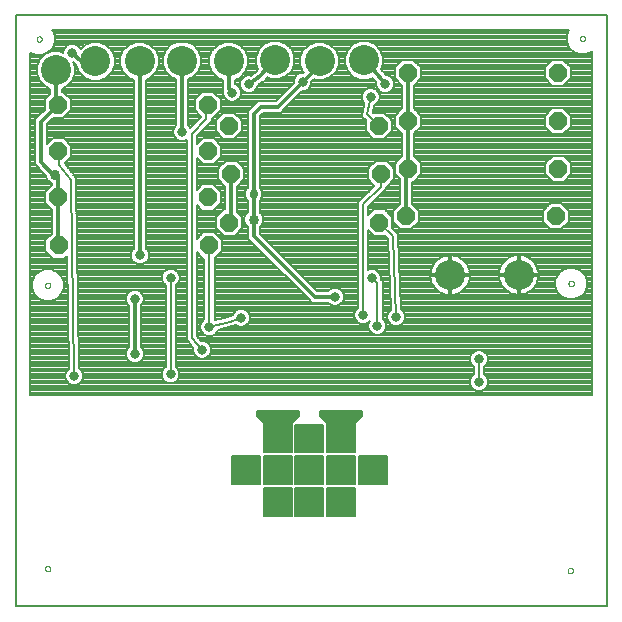
<source format=gtl>
G75*
%MOIN*%
%OFA0B0*%
%FSLAX25Y25*%
%IPPOS*%
%LPD*%
%AMOC8*
5,1,8,0,0,1.08239X$1,22.5*
%
%ADD10C,0.00800*%
%ADD11C,0.00000*%
%ADD12C,0.10000*%
%ADD13C,0.00600*%
%ADD14C,0.02781*%
%ADD15OC8,0.06000*%
%ADD16C,0.03378*%
%ADD17C,0.01200*%
%ADD18C,0.03181*%
%ADD19C,0.03024*%
D10*
X0003290Y0001400D02*
X0003290Y0198250D01*
X0200140Y0198250D01*
X0200140Y0001400D01*
X0003290Y0001400D01*
X0008090Y0071636D02*
X0008090Y0185863D01*
X0009955Y0185091D01*
X0012058Y0185091D01*
X0014000Y0185895D01*
X0015487Y0187382D01*
X0016292Y0189325D01*
X0016292Y0191428D01*
X0015487Y0193371D01*
X0015408Y0193450D01*
X0187595Y0193450D01*
X0186823Y0191585D01*
X0186823Y0189482D01*
X0187628Y0187540D01*
X0189114Y0186053D01*
X0191057Y0185248D01*
X0193160Y0185248D01*
X0195103Y0186053D01*
X0195340Y0186290D01*
X0195340Y0071636D01*
X0008090Y0071636D01*
X0008090Y0071669D02*
X0195340Y0071669D01*
X0195340Y0072468D02*
X0008090Y0072468D01*
X0008090Y0073266D02*
X0156516Y0073266D01*
X0157026Y0073055D02*
X0158215Y0073055D01*
X0159314Y0073510D01*
X0160156Y0074352D01*
X0160611Y0075451D01*
X0160611Y0076641D01*
X0160156Y0077740D01*
X0159320Y0078575D01*
X0159320Y0081075D01*
X0160156Y0081911D01*
X0160611Y0083010D01*
X0160611Y0084200D01*
X0160156Y0085299D01*
X0159314Y0086140D01*
X0158215Y0086595D01*
X0157026Y0086595D01*
X0155926Y0086140D01*
X0155085Y0085299D01*
X0154630Y0084200D01*
X0154630Y0083010D01*
X0155085Y0081911D01*
X0155920Y0081075D01*
X0155920Y0078575D01*
X0155085Y0077740D01*
X0154630Y0076641D01*
X0154630Y0075451D01*
X0155085Y0074352D01*
X0155926Y0073510D01*
X0157026Y0073055D01*
X0158724Y0073266D02*
X0195340Y0073266D01*
X0195340Y0074065D02*
X0159869Y0074065D01*
X0160368Y0074863D02*
X0195340Y0074863D01*
X0195340Y0075662D02*
X0160611Y0075662D01*
X0160611Y0076460D02*
X0195340Y0076460D01*
X0195340Y0077259D02*
X0160355Y0077259D01*
X0159838Y0078057D02*
X0195340Y0078057D01*
X0195340Y0078856D02*
X0159320Y0078856D01*
X0159320Y0079654D02*
X0195340Y0079654D01*
X0195340Y0080453D02*
X0159320Y0080453D01*
X0159496Y0081251D02*
X0195340Y0081251D01*
X0195340Y0082050D02*
X0160213Y0082050D01*
X0160544Y0082848D02*
X0195340Y0082848D01*
X0195340Y0083647D02*
X0160611Y0083647D01*
X0160509Y0084445D02*
X0195340Y0084445D01*
X0195340Y0085244D02*
X0160179Y0085244D01*
X0159412Y0086042D02*
X0195340Y0086042D01*
X0195340Y0086841D02*
X0068317Y0086841D01*
X0068317Y0087399D02*
X0067862Y0088498D01*
X0067021Y0089339D01*
X0065922Y0089794D01*
X0064959Y0089794D01*
X0063553Y0091392D01*
X0063553Y0119285D01*
X0065680Y0117157D01*
X0066058Y0117157D01*
X0066058Y0096941D01*
X0065223Y0096106D01*
X0064768Y0095007D01*
X0064768Y0093817D01*
X0065223Y0092718D01*
X0066064Y0091877D01*
X0067163Y0091421D01*
X0068353Y0091421D01*
X0069452Y0091877D01*
X0070294Y0092718D01*
X0070578Y0093405D01*
X0074275Y0094392D01*
X0074318Y0094369D01*
X0074949Y0094571D01*
X0075590Y0094742D01*
X0075614Y0094784D01*
X0076556Y0095086D01*
X0076714Y0094928D01*
X0077813Y0094472D01*
X0079003Y0094472D01*
X0080102Y0094928D01*
X0080943Y0095769D01*
X0081398Y0096868D01*
X0081398Y0098058D01*
X0080943Y0099157D01*
X0080102Y0099998D01*
X0079003Y0100454D01*
X0077813Y0100454D01*
X0076714Y0099998D01*
X0075873Y0099157D01*
X0075529Y0098327D01*
X0073992Y0097835D01*
X0069708Y0096692D01*
X0069458Y0096941D01*
X0069458Y0117291D01*
X0071902Y0119735D01*
X0071902Y0123380D01*
X0069325Y0125957D01*
X0065680Y0125957D01*
X0063553Y0123830D01*
X0063553Y0134993D01*
X0065365Y0133181D01*
X0069010Y0133181D01*
X0071587Y0135759D01*
X0071587Y0139404D01*
X0069010Y0141981D01*
X0065365Y0141981D01*
X0063553Y0140169D01*
X0063553Y0150584D01*
X0065522Y0148614D01*
X0069167Y0148614D01*
X0071745Y0151192D01*
X0071745Y0154837D01*
X0069167Y0157414D01*
X0065522Y0157414D01*
X0063553Y0155445D01*
X0063553Y0158176D01*
X0067478Y0162102D01*
X0068474Y0163097D01*
X0068474Y0164047D01*
X0069010Y0164047D01*
X0071587Y0166625D01*
X0071587Y0170270D01*
X0069010Y0172847D01*
X0065365Y0172847D01*
X0062787Y0170270D01*
X0062787Y0166625D01*
X0064990Y0164422D01*
X0061394Y0160826D01*
X0061278Y0161106D01*
X0060683Y0161700D01*
X0060683Y0177033D01*
X0062309Y0177707D01*
X0064109Y0179507D01*
X0065083Y0181859D01*
X0065083Y0184405D01*
X0064109Y0186758D01*
X0062309Y0188558D01*
X0059956Y0189532D01*
X0057410Y0189532D01*
X0055058Y0188558D01*
X0053258Y0186758D01*
X0052283Y0184405D01*
X0052283Y0181859D01*
X0053258Y0179507D01*
X0055058Y0177707D01*
X0056683Y0177033D01*
X0056683Y0161582D01*
X0056207Y0161106D01*
X0055752Y0160007D01*
X0055752Y0158817D01*
X0056207Y0157718D01*
X0057048Y0156877D01*
X0058148Y0156421D01*
X0059337Y0156421D01*
X0060153Y0156759D01*
X0060153Y0090804D01*
X0060111Y0090156D01*
X0060153Y0090109D01*
X0060153Y0090046D01*
X0060612Y0089586D01*
X0062401Y0087555D01*
X0062336Y0087399D01*
X0062336Y0086209D01*
X0062791Y0085110D01*
X0063633Y0084269D01*
X0064732Y0083813D01*
X0065922Y0083813D01*
X0067021Y0084269D01*
X0067862Y0085110D01*
X0068317Y0086209D01*
X0068317Y0087399D01*
X0068218Y0087639D02*
X0195340Y0087639D01*
X0195340Y0088438D02*
X0067887Y0088438D01*
X0067124Y0089236D02*
X0195340Y0089236D01*
X0195340Y0090035D02*
X0064748Y0090035D01*
X0064045Y0090833D02*
X0195340Y0090833D01*
X0195340Y0091632D02*
X0068861Y0091632D01*
X0070006Y0092430D02*
X0121888Y0092430D01*
X0122068Y0092251D02*
X0123167Y0091795D01*
X0124357Y0091795D01*
X0125456Y0092251D01*
X0126297Y0093092D01*
X0126753Y0094191D01*
X0126753Y0095381D01*
X0126297Y0096480D01*
X0125462Y0097315D01*
X0125462Y0109624D01*
X0124883Y0110203D01*
X0124883Y0111385D01*
X0124427Y0112484D01*
X0123586Y0113325D01*
X0122487Y0113780D01*
X0121297Y0113780D01*
X0120639Y0113508D01*
X0120639Y0126686D01*
X0122530Y0124795D01*
X0126175Y0124795D01*
X0126262Y0124882D01*
X0127288Y0123856D01*
X0128260Y0100137D01*
X0127526Y0099403D01*
X0127071Y0098304D01*
X0127071Y0097114D01*
X0127526Y0096015D01*
X0128367Y0095173D01*
X0129467Y0094718D01*
X0130656Y0094718D01*
X0131755Y0095173D01*
X0132597Y0096015D01*
X0133052Y0097114D01*
X0133052Y0098304D01*
X0132597Y0099403D01*
X0131755Y0100244D01*
X0131657Y0100285D01*
X0130659Y0124624D01*
X0130659Y0125293D01*
X0130630Y0125322D01*
X0130629Y0125362D01*
X0130136Y0125816D01*
X0128666Y0127286D01*
X0128753Y0127373D01*
X0128753Y0131018D01*
X0126175Y0133595D01*
X0122530Y0133595D01*
X0120639Y0131704D01*
X0120639Y0134554D01*
X0125549Y0139464D01*
X0126545Y0140460D01*
X0126545Y0141016D01*
X0126805Y0141016D01*
X0129383Y0143593D01*
X0129383Y0147238D01*
X0126805Y0149816D01*
X0123160Y0149816D01*
X0120583Y0147238D01*
X0120583Y0143593D01*
X0122726Y0141449D01*
X0117239Y0135962D01*
X0117239Y0100839D01*
X0116503Y0100102D01*
X0116047Y0099003D01*
X0116047Y0097813D01*
X0116503Y0096714D01*
X0117344Y0095873D01*
X0118443Y0095417D01*
X0119633Y0095417D01*
X0120732Y0095873D01*
X0121148Y0096288D01*
X0120772Y0095381D01*
X0120772Y0094191D01*
X0121227Y0093092D01*
X0122068Y0092251D01*
X0121170Y0093229D02*
X0070505Y0093229D01*
X0072911Y0094027D02*
X0120839Y0094027D01*
X0120772Y0094826D02*
X0079856Y0094826D01*
X0080798Y0095624D02*
X0117943Y0095624D01*
X0116794Y0096423D02*
X0081214Y0096423D01*
X0081398Y0097221D02*
X0116292Y0097221D01*
X0116047Y0098020D02*
X0081398Y0098020D01*
X0081083Y0098818D02*
X0116047Y0098818D01*
X0116302Y0099617D02*
X0080483Y0099617D01*
X0079095Y0100415D02*
X0116816Y0100415D01*
X0117239Y0101214D02*
X0069458Y0101214D01*
X0069458Y0102012D02*
X0107798Y0102012D01*
X0107895Y0101916D02*
X0108994Y0101461D01*
X0110184Y0101461D01*
X0111283Y0101916D01*
X0112124Y0102757D01*
X0112580Y0103856D01*
X0112580Y0105046D01*
X0112124Y0106145D01*
X0111283Y0106986D01*
X0110184Y0107442D01*
X0108994Y0107442D01*
X0107895Y0106986D01*
X0107360Y0106451D01*
X0103587Y0106451D01*
X0084502Y0125536D01*
X0084502Y0127850D01*
X0085121Y0128469D01*
X0085591Y0129604D01*
X0085591Y0130833D01*
X0085121Y0131969D01*
X0084522Y0132568D01*
X0084522Y0136526D01*
X0084991Y0136995D01*
X0085434Y0138065D01*
X0085434Y0139223D01*
X0084991Y0140293D01*
X0084502Y0140782D01*
X0084502Y0164666D01*
X0085713Y0165876D01*
X0091461Y0165876D01*
X0092632Y0167048D01*
X0098620Y0173035D01*
X0099377Y0173035D01*
X0100476Y0173491D01*
X0101317Y0174332D01*
X0101772Y0175431D01*
X0101772Y0176188D01*
X0102547Y0176963D01*
X0103198Y0176693D01*
X0105744Y0176693D01*
X0108096Y0177667D01*
X0109897Y0179468D01*
X0113966Y0179468D01*
X0113809Y0179625D02*
X0115609Y0177825D01*
X0117962Y0176850D01*
X0120508Y0176850D01*
X0122133Y0177524D01*
X0122439Y0177218D01*
X0123409Y0175975D01*
X0123409Y0174801D01*
X0123865Y0173702D01*
X0124706Y0172861D01*
X0125805Y0172406D01*
X0126995Y0172406D01*
X0128094Y0172861D01*
X0128935Y0173702D01*
X0129391Y0174801D01*
X0129391Y0175991D01*
X0128935Y0177090D01*
X0128094Y0177931D01*
X0126995Y0178387D01*
X0126602Y0178387D01*
X0125939Y0179234D01*
X0125939Y0179374D01*
X0125440Y0179873D01*
X0125005Y0180430D01*
X0124994Y0180431D01*
X0125635Y0181977D01*
X0125635Y0184523D01*
X0124660Y0186876D01*
X0122860Y0188676D01*
X0120508Y0189650D01*
X0117962Y0189650D01*
X0115609Y0188676D01*
X0113809Y0186876D01*
X0112835Y0184523D01*
X0112835Y0181977D01*
X0113809Y0179625D01*
X0113543Y0180267D02*
X0110227Y0180267D01*
X0110558Y0181065D02*
X0113213Y0181065D01*
X0112882Y0181864D02*
X0110871Y0181864D01*
X0110871Y0181820D02*
X0110871Y0184366D01*
X0109897Y0186718D01*
X0108096Y0188519D01*
X0105744Y0189493D01*
X0103198Y0189493D01*
X0100846Y0188519D01*
X0099045Y0186718D01*
X0098071Y0184366D01*
X0098071Y0181820D01*
X0099045Y0179468D01*
X0094818Y0179468D01*
X0095133Y0179783D02*
X0096107Y0182135D01*
X0096107Y0184681D01*
X0095133Y0187033D01*
X0093332Y0188834D01*
X0090980Y0189808D01*
X0088434Y0189808D01*
X0086082Y0188834D01*
X0084281Y0187033D01*
X0083307Y0184681D01*
X0083307Y0182135D01*
X0084096Y0180230D01*
X0083398Y0179466D01*
X0081620Y0178220D01*
X0081503Y0178268D01*
X0080313Y0178268D01*
X0079214Y0177813D01*
X0078373Y0176972D01*
X0077917Y0175873D01*
X0077917Y0174683D01*
X0078373Y0173584D01*
X0079214Y0172743D01*
X0080313Y0172287D01*
X0081503Y0172287D01*
X0082602Y0172743D01*
X0083443Y0173584D01*
X0083898Y0174683D01*
X0083898Y0174932D01*
X0085398Y0175983D01*
X0085645Y0175995D01*
X0086055Y0176444D01*
X0086553Y0176793D01*
X0086596Y0177036D01*
X0087082Y0177568D01*
X0088434Y0177008D01*
X0090980Y0177008D01*
X0093332Y0177982D01*
X0095133Y0179783D01*
X0095333Y0180267D02*
X0098714Y0180267D01*
X0098384Y0181065D02*
X0095664Y0181065D01*
X0095995Y0181864D02*
X0098071Y0181864D01*
X0098071Y0182662D02*
X0096107Y0182662D01*
X0096107Y0183461D02*
X0098071Y0183461D01*
X0098071Y0184259D02*
X0096107Y0184259D01*
X0095951Y0185058D02*
X0098357Y0185058D01*
X0098688Y0185856D02*
X0095620Y0185856D01*
X0095290Y0186655D02*
X0099019Y0186655D01*
X0099780Y0187453D02*
X0094713Y0187453D01*
X0093914Y0188252D02*
X0100579Y0188252D01*
X0102129Y0189050D02*
X0092809Y0189050D01*
X0086605Y0189050D02*
X0076213Y0189050D01*
X0075429Y0189375D02*
X0077781Y0188400D01*
X0079582Y0186600D01*
X0080556Y0184248D01*
X0080556Y0181702D01*
X0079582Y0179349D01*
X0077781Y0177549D01*
X0076156Y0176876D01*
X0076156Y0175393D01*
X0077110Y0174998D01*
X0077951Y0174157D01*
X0078406Y0173058D01*
X0078406Y0171868D01*
X0077951Y0170769D01*
X0077110Y0169928D01*
X0076011Y0169472D01*
X0074821Y0169472D01*
X0073722Y0169928D01*
X0072880Y0170769D01*
X0072425Y0171868D01*
X0072425Y0172625D01*
X0072156Y0172894D01*
X0072156Y0176876D01*
X0070531Y0177549D01*
X0068730Y0179349D01*
X0067756Y0181702D01*
X0067756Y0184248D01*
X0068730Y0186600D01*
X0070531Y0188400D01*
X0072883Y0189375D01*
X0075429Y0189375D01*
X0072099Y0189050D02*
X0061120Y0189050D01*
X0062615Y0188252D02*
X0070382Y0188252D01*
X0069583Y0187453D02*
X0063414Y0187453D01*
X0064152Y0186655D02*
X0068785Y0186655D01*
X0068422Y0185856D02*
X0064483Y0185856D01*
X0064813Y0185058D02*
X0068091Y0185058D01*
X0067761Y0184259D02*
X0065083Y0184259D01*
X0065083Y0183461D02*
X0067756Y0183461D01*
X0067756Y0182662D02*
X0065083Y0182662D01*
X0065083Y0181864D02*
X0067756Y0181864D01*
X0068020Y0181065D02*
X0064754Y0181065D01*
X0064424Y0180267D02*
X0068350Y0180267D01*
X0068681Y0179468D02*
X0064070Y0179468D01*
X0063272Y0178670D02*
X0069410Y0178670D01*
X0070209Y0177871D02*
X0062473Y0177871D01*
X0060778Y0177072D02*
X0071681Y0177072D01*
X0072156Y0176274D02*
X0060683Y0176274D01*
X0060683Y0175475D02*
X0072156Y0175475D01*
X0072156Y0174677D02*
X0060683Y0174677D01*
X0060683Y0173878D02*
X0072156Y0173878D01*
X0072156Y0173080D02*
X0060683Y0173080D01*
X0060683Y0172281D02*
X0064799Y0172281D01*
X0064001Y0171483D02*
X0060683Y0171483D01*
X0060683Y0170684D02*
X0063202Y0170684D01*
X0062787Y0169886D02*
X0060683Y0169886D01*
X0060683Y0169087D02*
X0062787Y0169087D01*
X0062787Y0168289D02*
X0060683Y0168289D01*
X0060683Y0167490D02*
X0062787Y0167490D01*
X0062787Y0166692D02*
X0060683Y0166692D01*
X0060683Y0165893D02*
X0063519Y0165893D01*
X0064317Y0165095D02*
X0060683Y0165095D01*
X0060683Y0164296D02*
X0064865Y0164296D01*
X0064066Y0163498D02*
X0060683Y0163498D01*
X0060683Y0162699D02*
X0063268Y0162699D01*
X0062469Y0161901D02*
X0060683Y0161901D01*
X0061279Y0161102D02*
X0061671Y0161102D01*
X0064882Y0159505D02*
X0069946Y0159505D01*
X0069795Y0159656D02*
X0072373Y0157079D01*
X0076018Y0157079D01*
X0078595Y0159656D01*
X0078595Y0163301D01*
X0076018Y0165879D01*
X0072373Y0165879D01*
X0069795Y0163301D01*
X0069795Y0159656D01*
X0069795Y0160304D02*
X0065680Y0160304D01*
X0066479Y0161102D02*
X0069795Y0161102D01*
X0069795Y0161901D02*
X0067277Y0161901D01*
X0068076Y0162699D02*
X0069795Y0162699D01*
X0069992Y0163498D02*
X0068474Y0163498D01*
X0069259Y0164296D02*
X0070790Y0164296D01*
X0070058Y0165095D02*
X0071589Y0165095D01*
X0070856Y0165893D02*
X0080502Y0165893D01*
X0080502Y0166323D02*
X0080502Y0140742D01*
X0080054Y0140293D01*
X0079610Y0139223D01*
X0079610Y0138065D01*
X0080054Y0136995D01*
X0080522Y0136526D01*
X0080522Y0132607D01*
X0079884Y0131969D01*
X0079413Y0130833D01*
X0079413Y0129604D01*
X0079884Y0128469D01*
X0080502Y0127850D01*
X0080502Y0123879D01*
X0100817Y0103564D01*
X0101989Y0102392D01*
X0103646Y0102392D01*
X0103705Y0102451D01*
X0107360Y0102451D01*
X0107895Y0101916D01*
X0111380Y0102012D02*
X0117239Y0102012D01*
X0117239Y0102811D02*
X0112147Y0102811D01*
X0112477Y0103609D02*
X0117239Y0103609D01*
X0117239Y0104408D02*
X0112580Y0104408D01*
X0112513Y0105206D02*
X0117239Y0105206D01*
X0117239Y0106005D02*
X0112182Y0106005D01*
X0111466Y0106803D02*
X0117239Y0106803D01*
X0117239Y0107602D02*
X0102436Y0107602D01*
X0103234Y0106803D02*
X0107712Y0106803D01*
X0101637Y0108401D02*
X0117239Y0108401D01*
X0117239Y0109199D02*
X0100839Y0109199D01*
X0100040Y0109998D02*
X0117239Y0109998D01*
X0117239Y0110796D02*
X0099242Y0110796D01*
X0098443Y0111595D02*
X0117239Y0111595D01*
X0117239Y0112393D02*
X0097645Y0112393D01*
X0096846Y0113192D02*
X0117239Y0113192D01*
X0117239Y0113990D02*
X0096048Y0113990D01*
X0095249Y0114789D02*
X0117239Y0114789D01*
X0117239Y0115587D02*
X0094451Y0115587D01*
X0093652Y0116386D02*
X0117239Y0116386D01*
X0117239Y0117184D02*
X0092854Y0117184D01*
X0092055Y0117983D02*
X0117239Y0117983D01*
X0117239Y0118781D02*
X0091257Y0118781D01*
X0090458Y0119580D02*
X0117239Y0119580D01*
X0117239Y0120378D02*
X0089660Y0120378D01*
X0088861Y0121177D02*
X0117239Y0121177D01*
X0117239Y0121975D02*
X0088063Y0121975D01*
X0087264Y0122774D02*
X0117239Y0122774D01*
X0117239Y0123572D02*
X0086466Y0123572D01*
X0085667Y0124371D02*
X0117239Y0124371D01*
X0117239Y0125169D02*
X0084869Y0125169D01*
X0084502Y0125968D02*
X0117239Y0125968D01*
X0117239Y0126766D02*
X0084502Y0126766D01*
X0084502Y0127565D02*
X0117239Y0127565D01*
X0117239Y0128363D02*
X0085015Y0128363D01*
X0085408Y0129162D02*
X0117239Y0129162D01*
X0117239Y0129960D02*
X0085591Y0129960D01*
X0085591Y0130759D02*
X0117239Y0130759D01*
X0117239Y0131557D02*
X0085291Y0131557D01*
X0084734Y0132356D02*
X0117239Y0132356D01*
X0117239Y0133154D02*
X0084522Y0133154D01*
X0084522Y0133953D02*
X0117239Y0133953D01*
X0117239Y0134751D02*
X0084522Y0134751D01*
X0084522Y0135550D02*
X0117239Y0135550D01*
X0117625Y0136348D02*
X0084522Y0136348D01*
X0085054Y0137147D02*
X0118424Y0137147D01*
X0119222Y0137945D02*
X0085384Y0137945D01*
X0085434Y0138744D02*
X0120021Y0138744D01*
X0120819Y0139542D02*
X0085302Y0139542D01*
X0084943Y0140341D02*
X0121618Y0140341D01*
X0122416Y0141139D02*
X0084502Y0141139D01*
X0084502Y0141938D02*
X0122238Y0141938D01*
X0121439Y0142737D02*
X0084502Y0142737D01*
X0084502Y0143535D02*
X0120641Y0143535D01*
X0120583Y0144334D02*
X0084502Y0144334D01*
X0084502Y0145132D02*
X0120583Y0145132D01*
X0120583Y0145931D02*
X0084502Y0145931D01*
X0084502Y0146729D02*
X0120583Y0146729D01*
X0120872Y0147528D02*
X0084502Y0147528D01*
X0084502Y0148326D02*
X0121670Y0148326D01*
X0122469Y0149125D02*
X0084502Y0149125D01*
X0084502Y0149923D02*
X0130630Y0149923D01*
X0131428Y0150722D02*
X0084502Y0150722D01*
X0084502Y0151520D02*
X0132038Y0151520D01*
X0132038Y0151331D02*
X0129638Y0148931D01*
X0129638Y0145286D01*
X0131250Y0143674D01*
X0131250Y0135544D01*
X0128850Y0133144D01*
X0128850Y0129499D01*
X0131428Y0126921D01*
X0135073Y0126921D01*
X0137650Y0129499D01*
X0137650Y0133144D01*
X0135250Y0135544D01*
X0135250Y0142709D01*
X0135860Y0142709D01*
X0138438Y0145286D01*
X0138438Y0148931D01*
X0136038Y0151331D01*
X0136038Y0158949D01*
X0138280Y0161192D01*
X0138280Y0164837D01*
X0135880Y0167237D01*
X0135880Y0174855D01*
X0138280Y0177255D01*
X0138280Y0180900D01*
X0135703Y0183477D01*
X0132058Y0183477D01*
X0129480Y0180900D01*
X0129480Y0177255D01*
X0131880Y0174855D01*
X0131880Y0167237D01*
X0129480Y0164837D01*
X0129480Y0161192D01*
X0132038Y0158634D01*
X0132038Y0151331D01*
X0132038Y0152319D02*
X0084502Y0152319D01*
X0084502Y0153117D02*
X0132038Y0153117D01*
X0132038Y0153916D02*
X0084502Y0153916D01*
X0084502Y0154714D02*
X0132038Y0154714D01*
X0132038Y0155513D02*
X0084502Y0155513D01*
X0084502Y0156311D02*
X0132038Y0156311D01*
X0132038Y0157110D02*
X0126049Y0157110D01*
X0126018Y0157079D02*
X0128595Y0159656D01*
X0128595Y0163301D01*
X0126018Y0165879D01*
X0122373Y0165879D01*
X0122296Y0165802D01*
X0122252Y0165846D01*
X0122736Y0168431D01*
X0123212Y0168629D01*
X0124053Y0169470D01*
X0124509Y0170569D01*
X0124509Y0171759D01*
X0124053Y0172858D01*
X0123212Y0173699D01*
X0122113Y0174154D01*
X0120923Y0174154D01*
X0119824Y0173699D01*
X0118983Y0172858D01*
X0118528Y0171759D01*
X0118528Y0170569D01*
X0118983Y0169470D01*
X0119394Y0169058D01*
X0118842Y0166108D01*
X0118716Y0165982D01*
X0118716Y0165436D01*
X0118615Y0164899D01*
X0118716Y0164752D01*
X0118716Y0164574D01*
X0119102Y0164187D01*
X0119411Y0163737D01*
X0119586Y0163704D01*
X0119892Y0163398D01*
X0119795Y0163301D01*
X0119795Y0159656D01*
X0122373Y0157079D01*
X0126018Y0157079D01*
X0126847Y0157908D02*
X0132038Y0157908D01*
X0131965Y0158707D02*
X0127646Y0158707D01*
X0128444Y0159505D02*
X0131167Y0159505D01*
X0130368Y0160304D02*
X0128595Y0160304D01*
X0128595Y0161102D02*
X0129570Y0161102D01*
X0129480Y0161901D02*
X0128595Y0161901D01*
X0128595Y0162699D02*
X0129480Y0162699D01*
X0129480Y0163498D02*
X0128399Y0163498D01*
X0127600Y0164296D02*
X0129480Y0164296D01*
X0129738Y0165095D02*
X0126802Y0165095D01*
X0130537Y0165893D02*
X0122261Y0165893D01*
X0122410Y0166692D02*
X0131335Y0166692D01*
X0131880Y0167490D02*
X0122560Y0167490D01*
X0122709Y0168289D02*
X0131880Y0168289D01*
X0131880Y0169087D02*
X0123671Y0169087D01*
X0124226Y0169886D02*
X0131880Y0169886D01*
X0131880Y0170684D02*
X0124509Y0170684D01*
X0124509Y0171483D02*
X0131880Y0171483D01*
X0131880Y0172281D02*
X0124292Y0172281D01*
X0124487Y0173080D02*
X0123831Y0173080D01*
X0123792Y0173878D02*
X0122779Y0173878D01*
X0123461Y0174677D02*
X0101460Y0174677D01*
X0101772Y0175475D02*
X0123409Y0175475D01*
X0123176Y0176274D02*
X0101858Y0176274D01*
X0100864Y0173878D02*
X0120257Y0173878D01*
X0119205Y0173080D02*
X0099484Y0173080D01*
X0097866Y0172281D02*
X0118744Y0172281D01*
X0118528Y0171483D02*
X0097067Y0171483D01*
X0096269Y0170684D02*
X0118528Y0170684D01*
X0118810Y0169886D02*
X0095470Y0169886D01*
X0094672Y0169087D02*
X0119365Y0169087D01*
X0119250Y0168289D02*
X0093873Y0168289D01*
X0093075Y0167490D02*
X0119101Y0167490D01*
X0118951Y0166692D02*
X0092276Y0166692D01*
X0091478Y0165893D02*
X0118716Y0165893D01*
X0118652Y0165095D02*
X0084931Y0165095D01*
X0084502Y0164296D02*
X0118993Y0164296D01*
X0119792Y0163498D02*
X0084502Y0163498D01*
X0084502Y0162699D02*
X0119795Y0162699D01*
X0119795Y0161901D02*
X0084502Y0161901D01*
X0084502Y0161102D02*
X0119795Y0161102D01*
X0119795Y0160304D02*
X0084502Y0160304D01*
X0084502Y0159505D02*
X0119946Y0159505D01*
X0120745Y0158707D02*
X0084502Y0158707D01*
X0084502Y0157908D02*
X0121543Y0157908D01*
X0122342Y0157110D02*
X0084502Y0157110D01*
X0080502Y0157110D02*
X0076049Y0157110D01*
X0076847Y0157908D02*
X0080502Y0157908D01*
X0080502Y0158707D02*
X0077646Y0158707D01*
X0078444Y0159505D02*
X0080502Y0159505D01*
X0080502Y0160304D02*
X0078595Y0160304D01*
X0078595Y0161102D02*
X0080502Y0161102D01*
X0080502Y0161901D02*
X0078595Y0161901D01*
X0078595Y0162699D02*
X0080502Y0162699D01*
X0080502Y0163498D02*
X0078399Y0163498D01*
X0077600Y0164296D02*
X0080502Y0164296D01*
X0080502Y0165095D02*
X0076802Y0165095D01*
X0080502Y0166323D02*
X0081674Y0167494D01*
X0082884Y0168705D01*
X0084056Y0169876D01*
X0089804Y0169876D01*
X0095791Y0175864D01*
X0095791Y0176621D01*
X0096247Y0177720D01*
X0097088Y0178561D01*
X0098187Y0179017D01*
X0098944Y0179017D01*
X0099220Y0179293D01*
X0099045Y0179468D01*
X0097349Y0178670D02*
X0094020Y0178670D01*
X0093064Y0177871D02*
X0096398Y0177871D01*
X0095978Y0177072D02*
X0091136Y0177072D01*
X0088278Y0177072D02*
X0086629Y0177072D01*
X0085900Y0176274D02*
X0095791Y0176274D01*
X0095403Y0175475D02*
X0084674Y0175475D01*
X0083896Y0174677D02*
X0094604Y0174677D01*
X0093806Y0173878D02*
X0083565Y0173878D01*
X0082939Y0173080D02*
X0093007Y0173080D01*
X0092209Y0172281D02*
X0078406Y0172281D01*
X0078397Y0173080D02*
X0078877Y0173080D01*
X0078251Y0173878D02*
X0078066Y0173878D01*
X0077920Y0174677D02*
X0077431Y0174677D01*
X0077917Y0175475D02*
X0076156Y0175475D01*
X0076156Y0176274D02*
X0078084Y0176274D01*
X0078473Y0177072D02*
X0076630Y0177072D01*
X0078103Y0177871D02*
X0079353Y0177871D01*
X0078902Y0178670D02*
X0082262Y0178670D01*
X0083400Y0179468D02*
X0079631Y0179468D01*
X0079961Y0180267D02*
X0084081Y0180267D01*
X0083750Y0181065D02*
X0080292Y0181065D01*
X0080556Y0181864D02*
X0083419Y0181864D01*
X0083307Y0182662D02*
X0080556Y0182662D01*
X0080556Y0183461D02*
X0083307Y0183461D01*
X0083307Y0184259D02*
X0080551Y0184259D01*
X0080220Y0185058D02*
X0083463Y0185058D01*
X0083794Y0185856D02*
X0079890Y0185856D01*
X0079527Y0186655D02*
X0084125Y0186655D01*
X0084701Y0187453D02*
X0078729Y0187453D01*
X0077930Y0188252D02*
X0085500Y0188252D01*
X0091410Y0171483D02*
X0078247Y0171483D01*
X0077866Y0170684D02*
X0090612Y0170684D01*
X0089813Y0169886D02*
X0077009Y0169886D01*
X0073823Y0169886D02*
X0071587Y0169886D01*
X0071587Y0169087D02*
X0083267Y0169087D01*
X0082468Y0168289D02*
X0071587Y0168289D01*
X0071587Y0167490D02*
X0081670Y0167490D01*
X0080871Y0166692D02*
X0071587Y0166692D01*
X0071173Y0170684D02*
X0072965Y0170684D01*
X0072585Y0171483D02*
X0070374Y0171483D01*
X0069576Y0172281D02*
X0072425Y0172281D01*
X0070745Y0158707D02*
X0064083Y0158707D01*
X0063553Y0157908D02*
X0071543Y0157908D01*
X0072342Y0157110D02*
X0069472Y0157110D01*
X0070270Y0156311D02*
X0080502Y0156311D01*
X0080502Y0155513D02*
X0071069Y0155513D01*
X0071745Y0154714D02*
X0080502Y0154714D01*
X0080502Y0153916D02*
X0071745Y0153916D01*
X0071745Y0153117D02*
X0080502Y0153117D01*
X0080502Y0152319D02*
X0071745Y0152319D01*
X0071745Y0151520D02*
X0080502Y0151520D01*
X0080502Y0150722D02*
X0071275Y0150722D01*
X0070476Y0149923D02*
X0080502Y0149923D01*
X0080502Y0149125D02*
X0077496Y0149125D01*
X0076805Y0149816D02*
X0073160Y0149816D01*
X0070583Y0147238D01*
X0070583Y0143593D01*
X0072983Y0141193D01*
X0072983Y0133595D01*
X0072530Y0133595D01*
X0069953Y0131018D01*
X0069953Y0127373D01*
X0072530Y0124795D01*
X0076175Y0124795D01*
X0078753Y0127373D01*
X0078753Y0131018D01*
X0076983Y0132788D01*
X0076983Y0141193D01*
X0079383Y0143593D01*
X0079383Y0147238D01*
X0076805Y0149816D01*
X0078295Y0148326D02*
X0080502Y0148326D01*
X0080502Y0147528D02*
X0079093Y0147528D01*
X0079383Y0146729D02*
X0080502Y0146729D01*
X0080502Y0145931D02*
X0079383Y0145931D01*
X0079383Y0145132D02*
X0080502Y0145132D01*
X0080502Y0144334D02*
X0079383Y0144334D01*
X0079324Y0143535D02*
X0080502Y0143535D01*
X0080502Y0142737D02*
X0078526Y0142737D01*
X0077727Y0141938D02*
X0080502Y0141938D01*
X0080502Y0141139D02*
X0076983Y0141139D01*
X0076983Y0140341D02*
X0080101Y0140341D01*
X0079742Y0139542D02*
X0076983Y0139542D01*
X0076983Y0138744D02*
X0079610Y0138744D01*
X0079660Y0137945D02*
X0076983Y0137945D01*
X0076983Y0137147D02*
X0079990Y0137147D01*
X0080522Y0136348D02*
X0076983Y0136348D01*
X0076983Y0135550D02*
X0080522Y0135550D01*
X0080522Y0134751D02*
X0076983Y0134751D01*
X0076983Y0133953D02*
X0080522Y0133953D01*
X0080522Y0133154D02*
X0076983Y0133154D01*
X0077415Y0132356D02*
X0080271Y0132356D01*
X0079713Y0131557D02*
X0078213Y0131557D01*
X0078753Y0130759D02*
X0079413Y0130759D01*
X0079413Y0129960D02*
X0078753Y0129960D01*
X0078753Y0129162D02*
X0079597Y0129162D01*
X0079989Y0128363D02*
X0078753Y0128363D01*
X0078753Y0127565D02*
X0080502Y0127565D01*
X0080502Y0126766D02*
X0078146Y0126766D01*
X0077348Y0125968D02*
X0080502Y0125968D01*
X0080502Y0125169D02*
X0076549Y0125169D01*
X0080502Y0124371D02*
X0070912Y0124371D01*
X0071710Y0123572D02*
X0080809Y0123572D01*
X0081607Y0122774D02*
X0071902Y0122774D01*
X0071902Y0121975D02*
X0082406Y0121975D01*
X0083204Y0121177D02*
X0071902Y0121177D01*
X0071902Y0120378D02*
X0084003Y0120378D01*
X0084801Y0119580D02*
X0071747Y0119580D01*
X0070949Y0118781D02*
X0085600Y0118781D01*
X0086398Y0117983D02*
X0070150Y0117983D01*
X0069458Y0117184D02*
X0087197Y0117184D01*
X0087995Y0116386D02*
X0069458Y0116386D01*
X0069458Y0115587D02*
X0088794Y0115587D01*
X0089592Y0114789D02*
X0069458Y0114789D01*
X0069458Y0113990D02*
X0090391Y0113990D01*
X0091189Y0113192D02*
X0069458Y0113192D01*
X0069458Y0112393D02*
X0091988Y0112393D01*
X0092786Y0111595D02*
X0069458Y0111595D01*
X0069458Y0110796D02*
X0093585Y0110796D01*
X0094383Y0109998D02*
X0069458Y0109998D01*
X0069458Y0109199D02*
X0095182Y0109199D01*
X0095980Y0108401D02*
X0069458Y0108401D01*
X0069458Y0107602D02*
X0096779Y0107602D01*
X0097578Y0106803D02*
X0069458Y0106803D01*
X0069458Y0106005D02*
X0098376Y0106005D01*
X0099175Y0105206D02*
X0069458Y0105206D01*
X0069458Y0104408D02*
X0099973Y0104408D01*
X0100772Y0103609D02*
X0069458Y0103609D01*
X0069458Y0102811D02*
X0101570Y0102811D01*
X0120132Y0095624D02*
X0120873Y0095624D01*
X0125556Y0097221D02*
X0127071Y0097221D01*
X0127071Y0098020D02*
X0125462Y0098020D01*
X0125462Y0098818D02*
X0127284Y0098818D01*
X0127740Y0099617D02*
X0125462Y0099617D01*
X0125462Y0100415D02*
X0128249Y0100415D01*
X0128216Y0101214D02*
X0125462Y0101214D01*
X0125462Y0102012D02*
X0128183Y0102012D01*
X0128151Y0102811D02*
X0125462Y0102811D01*
X0125462Y0103609D02*
X0128118Y0103609D01*
X0128085Y0104408D02*
X0125462Y0104408D01*
X0125462Y0105206D02*
X0128052Y0105206D01*
X0128020Y0106005D02*
X0125462Y0106005D01*
X0125462Y0106803D02*
X0127987Y0106803D01*
X0127954Y0107602D02*
X0125462Y0107602D01*
X0125462Y0108401D02*
X0127922Y0108401D01*
X0127889Y0109199D02*
X0125462Y0109199D01*
X0125088Y0109998D02*
X0127856Y0109998D01*
X0127823Y0110796D02*
X0124883Y0110796D01*
X0124796Y0111595D02*
X0127791Y0111595D01*
X0127758Y0112393D02*
X0124465Y0112393D01*
X0123720Y0113192D02*
X0127725Y0113192D01*
X0127692Y0113990D02*
X0120639Y0113990D01*
X0120639Y0114789D02*
X0127660Y0114789D01*
X0127627Y0115587D02*
X0120639Y0115587D01*
X0120639Y0116386D02*
X0127594Y0116386D01*
X0127561Y0117184D02*
X0120639Y0117184D01*
X0120639Y0117983D02*
X0127529Y0117983D01*
X0127496Y0118781D02*
X0120639Y0118781D01*
X0120639Y0119580D02*
X0127463Y0119580D01*
X0127430Y0120378D02*
X0120639Y0120378D01*
X0120639Y0121177D02*
X0127398Y0121177D01*
X0127365Y0121975D02*
X0120639Y0121975D01*
X0120639Y0122774D02*
X0127332Y0122774D01*
X0127299Y0123572D02*
X0120639Y0123572D01*
X0120639Y0124371D02*
X0126773Y0124371D01*
X0129984Y0125968D02*
X0195340Y0125968D01*
X0195340Y0126766D02*
X0129186Y0126766D01*
X0128753Y0127565D02*
X0130784Y0127565D01*
X0129986Y0128363D02*
X0128753Y0128363D01*
X0128753Y0129162D02*
X0129187Y0129162D01*
X0128850Y0129960D02*
X0128753Y0129960D01*
X0128753Y0130759D02*
X0128850Y0130759D01*
X0128850Y0131557D02*
X0128213Y0131557D01*
X0128850Y0132356D02*
X0127415Y0132356D01*
X0126616Y0133154D02*
X0128861Y0133154D01*
X0129659Y0133953D02*
X0120639Y0133953D01*
X0120639Y0133154D02*
X0122089Y0133154D01*
X0121291Y0132356D02*
X0120639Y0132356D01*
X0120837Y0134751D02*
X0130458Y0134751D01*
X0131250Y0135550D02*
X0121635Y0135550D01*
X0122434Y0136348D02*
X0131250Y0136348D01*
X0131250Y0137147D02*
X0123232Y0137147D01*
X0124031Y0137945D02*
X0131250Y0137945D01*
X0131250Y0138744D02*
X0124829Y0138744D01*
X0125628Y0139542D02*
X0131250Y0139542D01*
X0131250Y0140341D02*
X0126426Y0140341D01*
X0126929Y0141139D02*
X0131250Y0141139D01*
X0131250Y0141938D02*
X0127727Y0141938D01*
X0128526Y0142737D02*
X0131250Y0142737D01*
X0131250Y0143535D02*
X0129324Y0143535D01*
X0129383Y0144334D02*
X0130590Y0144334D01*
X0129792Y0145132D02*
X0129383Y0145132D01*
X0129383Y0145931D02*
X0129638Y0145931D01*
X0129638Y0146729D02*
X0129383Y0146729D01*
X0129638Y0147528D02*
X0129093Y0147528D01*
X0129638Y0148326D02*
X0128295Y0148326D01*
X0127496Y0149125D02*
X0129831Y0149125D01*
X0136038Y0151520D02*
X0195340Y0151520D01*
X0195340Y0150722D02*
X0186647Y0150722D01*
X0185860Y0151509D02*
X0182215Y0151509D01*
X0179638Y0148931D01*
X0179638Y0145286D01*
X0182215Y0142709D01*
X0185860Y0142709D01*
X0188438Y0145286D01*
X0188438Y0148931D01*
X0185860Y0151509D01*
X0187446Y0149923D02*
X0195340Y0149923D01*
X0195340Y0149125D02*
X0188244Y0149125D01*
X0188438Y0148326D02*
X0195340Y0148326D01*
X0195340Y0147528D02*
X0188438Y0147528D01*
X0188438Y0146729D02*
X0195340Y0146729D01*
X0195340Y0145931D02*
X0188438Y0145931D01*
X0188284Y0145132D02*
X0195340Y0145132D01*
X0195340Y0144334D02*
X0187485Y0144334D01*
X0186687Y0143535D02*
X0195340Y0143535D01*
X0195340Y0142737D02*
X0185888Y0142737D01*
X0182187Y0142737D02*
X0135888Y0142737D01*
X0135250Y0141938D02*
X0195340Y0141938D01*
X0195340Y0141139D02*
X0135250Y0141139D01*
X0135250Y0140341D02*
X0195340Y0140341D01*
X0195340Y0139542D02*
X0135250Y0139542D01*
X0135250Y0138744D02*
X0195340Y0138744D01*
X0195340Y0137945D02*
X0135250Y0137945D01*
X0135250Y0137147D02*
X0195340Y0137147D01*
X0195340Y0136348D02*
X0135250Y0136348D01*
X0135250Y0135550D02*
X0181257Y0135550D01*
X0181428Y0135721D02*
X0178850Y0133144D01*
X0178850Y0129499D01*
X0181428Y0126921D01*
X0185073Y0126921D01*
X0187650Y0129499D01*
X0187650Y0133144D01*
X0185073Y0135721D01*
X0181428Y0135721D01*
X0180458Y0134751D02*
X0136043Y0134751D01*
X0136841Y0133953D02*
X0179659Y0133953D01*
X0178861Y0133154D02*
X0137640Y0133154D01*
X0137650Y0132356D02*
X0178850Y0132356D01*
X0178850Y0131557D02*
X0137650Y0131557D01*
X0137650Y0130759D02*
X0178850Y0130759D01*
X0178850Y0129960D02*
X0137650Y0129960D01*
X0137313Y0129162D02*
X0179187Y0129162D01*
X0179986Y0128363D02*
X0136515Y0128363D01*
X0135716Y0127565D02*
X0180784Y0127565D01*
X0185716Y0127565D02*
X0195340Y0127565D01*
X0195340Y0128363D02*
X0186515Y0128363D01*
X0187313Y0129162D02*
X0195340Y0129162D01*
X0195340Y0129960D02*
X0187650Y0129960D01*
X0187650Y0130759D02*
X0195340Y0130759D01*
X0195340Y0131557D02*
X0187650Y0131557D01*
X0187650Y0132356D02*
X0195340Y0132356D01*
X0195340Y0133154D02*
X0187640Y0133154D01*
X0186841Y0133953D02*
X0195340Y0133953D01*
X0195340Y0134751D02*
X0186043Y0134751D01*
X0185244Y0135550D02*
X0195340Y0135550D01*
X0195340Y0125169D02*
X0130659Y0125169D01*
X0130669Y0124371D02*
X0195340Y0124371D01*
X0195340Y0123572D02*
X0130702Y0123572D01*
X0130735Y0122774D02*
X0195340Y0122774D01*
X0195340Y0121975D02*
X0130768Y0121975D01*
X0130800Y0121177D02*
X0195340Y0121177D01*
X0195340Y0120378D02*
X0130833Y0120378D01*
X0130866Y0119580D02*
X0195340Y0119580D01*
X0195340Y0118781D02*
X0130899Y0118781D01*
X0130931Y0117983D02*
X0146199Y0117983D01*
X0145888Y0117899D02*
X0145089Y0117568D01*
X0144340Y0117136D01*
X0143653Y0116609D01*
X0143041Y0115997D01*
X0142515Y0115311D01*
X0142082Y0114562D01*
X0141751Y0113762D01*
X0141527Y0112927D01*
X0141414Y0112069D01*
X0141414Y0112036D01*
X0147614Y0112036D01*
X0147614Y0111236D01*
X0148414Y0111236D01*
X0148414Y0105036D01*
X0148447Y0105036D01*
X0149305Y0105149D01*
X0150140Y0105373D01*
X0150940Y0105704D01*
X0151689Y0106137D01*
X0152375Y0106663D01*
X0152987Y0107275D01*
X0153514Y0107962D01*
X0153946Y0108711D01*
X0154277Y0109510D01*
X0154501Y0110346D01*
X0154614Y0111204D01*
X0154614Y0111236D01*
X0148414Y0111236D01*
X0148414Y0112036D01*
X0154614Y0112036D01*
X0154614Y0112069D01*
X0154501Y0112927D01*
X0154277Y0113762D01*
X0153946Y0114562D01*
X0153514Y0115311D01*
X0152987Y0115997D01*
X0152375Y0116609D01*
X0151689Y0117136D01*
X0150940Y0117568D01*
X0150140Y0117899D01*
X0149305Y0118123D01*
X0148447Y0118236D01*
X0148414Y0118236D01*
X0148414Y0112036D01*
X0147614Y0112036D01*
X0147614Y0118236D01*
X0147582Y0118236D01*
X0146724Y0118123D01*
X0145888Y0117899D01*
X0144423Y0117184D02*
X0130964Y0117184D01*
X0130997Y0116386D02*
X0143430Y0116386D01*
X0142727Y0115587D02*
X0131030Y0115587D01*
X0131062Y0114789D02*
X0142213Y0114789D01*
X0141845Y0113990D02*
X0131095Y0113990D01*
X0131128Y0113192D02*
X0141598Y0113192D01*
X0141457Y0112393D02*
X0131161Y0112393D01*
X0131193Y0111595D02*
X0147614Y0111595D01*
X0147614Y0111236D02*
X0141414Y0111236D01*
X0141414Y0111204D01*
X0141527Y0110346D01*
X0141751Y0109510D01*
X0142082Y0108711D01*
X0142515Y0107962D01*
X0143041Y0107275D01*
X0143653Y0106663D01*
X0144340Y0106137D01*
X0145089Y0105704D01*
X0145888Y0105373D01*
X0146724Y0105149D01*
X0147582Y0105036D01*
X0147614Y0105036D01*
X0147614Y0111236D01*
X0147614Y0110796D02*
X0148414Y0110796D01*
X0148414Y0109998D02*
X0147614Y0109998D01*
X0147614Y0109199D02*
X0148414Y0109199D01*
X0148414Y0108401D02*
X0147614Y0108401D01*
X0147614Y0107602D02*
X0148414Y0107602D01*
X0148414Y0106803D02*
X0147614Y0106803D01*
X0147614Y0106005D02*
X0148414Y0106005D01*
X0148414Y0105206D02*
X0147614Y0105206D01*
X0146510Y0105206D02*
X0131455Y0105206D01*
X0131488Y0104408D02*
X0185326Y0104408D01*
X0185335Y0104399D02*
X0187278Y0103594D01*
X0189381Y0103594D01*
X0191323Y0104399D01*
X0192810Y0105886D01*
X0193615Y0107829D01*
X0193615Y0109932D01*
X0192810Y0111874D01*
X0191323Y0113361D01*
X0189381Y0114166D01*
X0187278Y0114166D01*
X0185335Y0113361D01*
X0183848Y0111874D01*
X0183043Y0109932D01*
X0183043Y0107829D01*
X0183848Y0105886D01*
X0185335Y0104399D01*
X0184528Y0105206D02*
X0171378Y0105206D01*
X0171281Y0105194D02*
X0172139Y0105307D01*
X0172975Y0105531D01*
X0173774Y0105862D01*
X0174523Y0106294D01*
X0175210Y0106821D01*
X0175822Y0107433D01*
X0176348Y0108119D01*
X0176781Y0108868D01*
X0177112Y0109668D01*
X0177336Y0110503D01*
X0177449Y0111361D01*
X0177449Y0111394D01*
X0171249Y0111394D01*
X0171249Y0112194D01*
X0170449Y0112194D01*
X0170449Y0118394D01*
X0170416Y0118394D01*
X0169558Y0118281D01*
X0168723Y0118057D01*
X0167923Y0117726D01*
X0167174Y0117293D01*
X0166488Y0116766D01*
X0165876Y0116155D01*
X0165349Y0115468D01*
X0164917Y0114719D01*
X0164586Y0113920D01*
X0164362Y0113084D01*
X0164249Y0112226D01*
X0164249Y0112194D01*
X0170449Y0112194D01*
X0170449Y0111394D01*
X0164249Y0111394D01*
X0164249Y0111361D01*
X0164362Y0110503D01*
X0164586Y0109668D01*
X0164917Y0108868D01*
X0165349Y0108119D01*
X0165876Y0107433D01*
X0166488Y0106821D01*
X0167174Y0106294D01*
X0167923Y0105862D01*
X0168723Y0105531D01*
X0169558Y0105307D01*
X0170416Y0105194D01*
X0170449Y0105194D01*
X0170449Y0111394D01*
X0171249Y0111394D01*
X0171249Y0105194D01*
X0171281Y0105194D01*
X0171249Y0105206D02*
X0170449Y0105206D01*
X0170319Y0105206D02*
X0149518Y0105206D01*
X0151461Y0106005D02*
X0167675Y0106005D01*
X0166510Y0106803D02*
X0152515Y0106803D01*
X0153238Y0107602D02*
X0165746Y0107602D01*
X0165187Y0108401D02*
X0153767Y0108401D01*
X0154148Y0109199D02*
X0164780Y0109199D01*
X0164497Y0109998D02*
X0154408Y0109998D01*
X0154560Y0110796D02*
X0164323Y0110796D01*
X0164271Y0112393D02*
X0154571Y0112393D01*
X0154430Y0113192D02*
X0164391Y0113192D01*
X0164615Y0113990D02*
X0154183Y0113990D01*
X0153815Y0114789D02*
X0164957Y0114789D01*
X0165441Y0115587D02*
X0153302Y0115587D01*
X0152599Y0116386D02*
X0166107Y0116386D01*
X0167032Y0117184D02*
X0151605Y0117184D01*
X0149829Y0117983D02*
X0168544Y0117983D01*
X0170449Y0117983D02*
X0171249Y0117983D01*
X0171249Y0118394D02*
X0171281Y0118394D01*
X0172139Y0118281D01*
X0172975Y0118057D01*
X0173774Y0117726D01*
X0174523Y0117293D01*
X0175210Y0116766D01*
X0175822Y0116155D01*
X0176348Y0115468D01*
X0176781Y0114719D01*
X0177112Y0113920D01*
X0177336Y0113084D01*
X0177449Y0112226D01*
X0177449Y0112194D01*
X0171249Y0112194D01*
X0171249Y0118394D01*
X0171249Y0117184D02*
X0170449Y0117184D01*
X0170449Y0116386D02*
X0171249Y0116386D01*
X0171249Y0115587D02*
X0170449Y0115587D01*
X0170449Y0114789D02*
X0171249Y0114789D01*
X0171249Y0113990D02*
X0170449Y0113990D01*
X0170449Y0113192D02*
X0171249Y0113192D01*
X0171249Y0112393D02*
X0170449Y0112393D01*
X0170449Y0111595D02*
X0148414Y0111595D01*
X0148414Y0112393D02*
X0147614Y0112393D01*
X0147614Y0113192D02*
X0148414Y0113192D01*
X0148414Y0113990D02*
X0147614Y0113990D01*
X0147614Y0114789D02*
X0148414Y0114789D01*
X0148414Y0115587D02*
X0147614Y0115587D01*
X0147614Y0116386D02*
X0148414Y0116386D01*
X0148414Y0117184D02*
X0147614Y0117184D01*
X0147614Y0117983D02*
X0148414Y0117983D01*
X0141468Y0110796D02*
X0131226Y0110796D01*
X0131259Y0109998D02*
X0141620Y0109998D01*
X0141880Y0109199D02*
X0131292Y0109199D01*
X0131324Y0108401D02*
X0142261Y0108401D01*
X0142791Y0107602D02*
X0131357Y0107602D01*
X0131390Y0106803D02*
X0143513Y0106803D01*
X0144568Y0106005D02*
X0131423Y0106005D01*
X0131521Y0103609D02*
X0187242Y0103609D01*
X0189417Y0103609D02*
X0195340Y0103609D01*
X0195340Y0102811D02*
X0131554Y0102811D01*
X0131586Y0102012D02*
X0195340Y0102012D01*
X0195340Y0101214D02*
X0131619Y0101214D01*
X0131652Y0100415D02*
X0195340Y0100415D01*
X0195340Y0099617D02*
X0132382Y0099617D01*
X0132839Y0098818D02*
X0195340Y0098818D01*
X0195340Y0098020D02*
X0133052Y0098020D01*
X0133052Y0097221D02*
X0195340Y0097221D01*
X0195340Y0096423D02*
X0132766Y0096423D01*
X0132206Y0095624D02*
X0195340Y0095624D01*
X0195340Y0094826D02*
X0130916Y0094826D01*
X0129206Y0094826D02*
X0126753Y0094826D01*
X0126685Y0094027D02*
X0195340Y0094027D01*
X0195340Y0093229D02*
X0126354Y0093229D01*
X0125636Y0092430D02*
X0195340Y0092430D01*
X0195340Y0104408D02*
X0191332Y0104408D01*
X0192131Y0105206D02*
X0195340Y0105206D01*
X0195340Y0106005D02*
X0192859Y0106005D01*
X0193190Y0106803D02*
X0195340Y0106803D01*
X0195340Y0107602D02*
X0193521Y0107602D01*
X0193615Y0108401D02*
X0195340Y0108401D01*
X0195340Y0109199D02*
X0193615Y0109199D01*
X0193588Y0109998D02*
X0195340Y0109998D01*
X0195340Y0110796D02*
X0193257Y0110796D01*
X0192926Y0111595D02*
X0195340Y0111595D01*
X0195340Y0112393D02*
X0192292Y0112393D01*
X0191493Y0113192D02*
X0195340Y0113192D01*
X0195340Y0113990D02*
X0189806Y0113990D01*
X0186853Y0113990D02*
X0177083Y0113990D01*
X0177307Y0113192D02*
X0185165Y0113192D01*
X0184367Y0112393D02*
X0177427Y0112393D01*
X0177374Y0110796D02*
X0183401Y0110796D01*
X0183071Y0109998D02*
X0177200Y0109998D01*
X0176918Y0109199D02*
X0183043Y0109199D01*
X0183043Y0108401D02*
X0176511Y0108401D01*
X0175952Y0107602D02*
X0183137Y0107602D01*
X0183468Y0106803D02*
X0175187Y0106803D01*
X0174022Y0106005D02*
X0183799Y0106005D01*
X0183732Y0111595D02*
X0171249Y0111595D01*
X0171249Y0110796D02*
X0170449Y0110796D01*
X0170449Y0109998D02*
X0171249Y0109998D01*
X0171249Y0109199D02*
X0170449Y0109199D01*
X0170449Y0108401D02*
X0171249Y0108401D01*
X0171249Y0107602D02*
X0170449Y0107602D01*
X0170449Y0106803D02*
X0171249Y0106803D01*
X0171249Y0106005D02*
X0170449Y0106005D01*
X0176741Y0114789D02*
X0195340Y0114789D01*
X0195340Y0115587D02*
X0176257Y0115587D01*
X0175591Y0116386D02*
X0195340Y0116386D01*
X0195340Y0117184D02*
X0174666Y0117184D01*
X0173154Y0117983D02*
X0195340Y0117983D01*
X0181389Y0143535D02*
X0136687Y0143535D01*
X0137485Y0144334D02*
X0180590Y0144334D01*
X0179792Y0145132D02*
X0138284Y0145132D01*
X0138438Y0145931D02*
X0179638Y0145931D01*
X0179638Y0146729D02*
X0138438Y0146729D01*
X0138438Y0147528D02*
X0179638Y0147528D01*
X0179638Y0148326D02*
X0138438Y0148326D01*
X0138244Y0149125D02*
X0179831Y0149125D01*
X0180630Y0149923D02*
X0137446Y0149923D01*
X0136647Y0150722D02*
X0181428Y0150722D01*
X0182058Y0158614D02*
X0185703Y0158614D01*
X0188280Y0161192D01*
X0188280Y0164837D01*
X0185703Y0167414D01*
X0182058Y0167414D01*
X0179480Y0164837D01*
X0179480Y0161192D01*
X0182058Y0158614D01*
X0181965Y0158707D02*
X0136038Y0158707D01*
X0136038Y0157908D02*
X0195340Y0157908D01*
X0195340Y0157110D02*
X0136038Y0157110D01*
X0136038Y0156311D02*
X0195340Y0156311D01*
X0195340Y0155513D02*
X0136038Y0155513D01*
X0136038Y0154714D02*
X0195340Y0154714D01*
X0195340Y0153916D02*
X0136038Y0153916D01*
X0136038Y0153117D02*
X0195340Y0153117D01*
X0195340Y0152319D02*
X0136038Y0152319D01*
X0136594Y0159505D02*
X0181167Y0159505D01*
X0180368Y0160304D02*
X0137392Y0160304D01*
X0138191Y0161102D02*
X0179570Y0161102D01*
X0179480Y0161901D02*
X0138280Y0161901D01*
X0138280Y0162699D02*
X0179480Y0162699D01*
X0179480Y0163498D02*
X0138280Y0163498D01*
X0138280Y0164296D02*
X0179480Y0164296D01*
X0179738Y0165095D02*
X0138022Y0165095D01*
X0137224Y0165893D02*
X0180537Y0165893D01*
X0181335Y0166692D02*
X0136425Y0166692D01*
X0135880Y0167490D02*
X0195340Y0167490D01*
X0195340Y0166692D02*
X0186425Y0166692D01*
X0187224Y0165893D02*
X0195340Y0165893D01*
X0195340Y0165095D02*
X0188022Y0165095D01*
X0188280Y0164296D02*
X0195340Y0164296D01*
X0195340Y0163498D02*
X0188280Y0163498D01*
X0188280Y0162699D02*
X0195340Y0162699D01*
X0195340Y0161901D02*
X0188280Y0161901D01*
X0188191Y0161102D02*
X0195340Y0161102D01*
X0195340Y0160304D02*
X0187392Y0160304D01*
X0186594Y0159505D02*
X0195340Y0159505D01*
X0195340Y0158707D02*
X0185795Y0158707D01*
X0195340Y0168289D02*
X0135880Y0168289D01*
X0135880Y0169087D02*
X0195340Y0169087D01*
X0195340Y0169886D02*
X0135880Y0169886D01*
X0135880Y0170684D02*
X0195340Y0170684D01*
X0195340Y0171483D02*
X0135880Y0171483D01*
X0135880Y0172281D02*
X0195340Y0172281D01*
X0195340Y0173080D02*
X0135880Y0173080D01*
X0135880Y0173878D02*
X0195340Y0173878D01*
X0195340Y0174677D02*
X0135880Y0174677D01*
X0136501Y0175475D02*
X0181259Y0175475D01*
X0182058Y0174677D02*
X0179480Y0177255D01*
X0179480Y0180900D01*
X0182058Y0183477D01*
X0185703Y0183477D01*
X0188280Y0180900D01*
X0188280Y0177255D01*
X0185703Y0174677D01*
X0182058Y0174677D01*
X0180461Y0176274D02*
X0137300Y0176274D01*
X0138098Y0177072D02*
X0179662Y0177072D01*
X0179480Y0177871D02*
X0138280Y0177871D01*
X0138280Y0178670D02*
X0179480Y0178670D01*
X0179480Y0179468D02*
X0138280Y0179468D01*
X0138280Y0180267D02*
X0179480Y0180267D01*
X0179646Y0181065D02*
X0138115Y0181065D01*
X0137316Y0181864D02*
X0180444Y0181864D01*
X0181243Y0182662D02*
X0136518Y0182662D01*
X0135719Y0183461D02*
X0182041Y0183461D01*
X0185719Y0183461D02*
X0195340Y0183461D01*
X0195340Y0184259D02*
X0125635Y0184259D01*
X0125635Y0183461D02*
X0132041Y0183461D01*
X0131243Y0182662D02*
X0125635Y0182662D01*
X0125587Y0181864D02*
X0130444Y0181864D01*
X0129646Y0181065D02*
X0125257Y0181065D01*
X0125133Y0180267D02*
X0129480Y0180267D01*
X0129480Y0179468D02*
X0125845Y0179468D01*
X0126381Y0178670D02*
X0129480Y0178670D01*
X0129480Y0177871D02*
X0128154Y0177871D01*
X0128943Y0177072D02*
X0129662Y0177072D01*
X0129273Y0176274D02*
X0130461Y0176274D01*
X0131259Y0175475D02*
X0129391Y0175475D01*
X0129339Y0174677D02*
X0131880Y0174677D01*
X0131880Y0173878D02*
X0129008Y0173878D01*
X0128313Y0173080D02*
X0131880Y0173080D01*
X0122552Y0177072D02*
X0121044Y0177072D01*
X0117425Y0177072D02*
X0106660Y0177072D01*
X0108300Y0177871D02*
X0115563Y0177871D01*
X0114765Y0178670D02*
X0109098Y0178670D01*
X0109897Y0179468D02*
X0110871Y0181820D01*
X0110871Y0182662D02*
X0112835Y0182662D01*
X0112835Y0183461D02*
X0110871Y0183461D01*
X0110871Y0184259D02*
X0112835Y0184259D01*
X0113056Y0185058D02*
X0110584Y0185058D01*
X0110254Y0185856D02*
X0113387Y0185856D01*
X0113717Y0186655D02*
X0109923Y0186655D01*
X0109162Y0187453D02*
X0114386Y0187453D01*
X0115185Y0188252D02*
X0108363Y0188252D01*
X0106813Y0189050D02*
X0116513Y0189050D01*
X0121957Y0189050D02*
X0187002Y0189050D01*
X0186823Y0189849D02*
X0016292Y0189849D01*
X0016292Y0190647D02*
X0186823Y0190647D01*
X0186823Y0191446D02*
X0016285Y0191446D01*
X0015954Y0192244D02*
X0187096Y0192244D01*
X0187427Y0193043D02*
X0015623Y0193043D01*
X0016178Y0189050D02*
X0027785Y0189050D01*
X0028473Y0189335D02*
X0026121Y0188361D01*
X0024784Y0187024D01*
X0024585Y0187503D01*
X0023744Y0188345D01*
X0022644Y0188800D01*
X0021455Y0188800D01*
X0020356Y0188345D01*
X0019514Y0187503D01*
X0019059Y0186404D01*
X0019059Y0185874D01*
X0017831Y0186383D01*
X0015284Y0186383D01*
X0012932Y0185408D01*
X0011132Y0183608D01*
X0010157Y0181256D01*
X0010157Y0178710D01*
X0011132Y0176357D01*
X0012932Y0174557D01*
X0014557Y0173884D01*
X0014557Y0172040D01*
X0012787Y0170270D01*
X0012787Y0166876D01*
X0010650Y0164739D01*
X0009479Y0163567D01*
X0009479Y0148603D01*
X0013272Y0144810D01*
X0013272Y0144565D01*
X0013742Y0143430D01*
X0014611Y0142561D01*
X0015187Y0142322D01*
X0015187Y0141804D01*
X0012787Y0139404D01*
X0012787Y0135759D01*
X0015187Y0133359D01*
X0015187Y0125465D01*
X0013102Y0123380D01*
X0013102Y0119735D01*
X0015680Y0117157D01*
X0019325Y0117157D01*
X0020284Y0118117D01*
X0020918Y0080511D01*
X0020125Y0079718D01*
X0019669Y0078618D01*
X0019669Y0077429D01*
X0020125Y0076330D01*
X0020966Y0075488D01*
X0022065Y0075033D01*
X0023255Y0075033D01*
X0024354Y0075488D01*
X0025195Y0076330D01*
X0025650Y0077429D01*
X0025650Y0078618D01*
X0025195Y0079718D01*
X0024354Y0080559D01*
X0024317Y0080574D01*
X0023259Y0143359D01*
X0023330Y0143942D01*
X0023248Y0144047D01*
X0023245Y0144180D01*
X0022823Y0144588D01*
X0019448Y0148895D01*
X0021745Y0151192D01*
X0021745Y0154837D01*
X0019167Y0157414D01*
X0015522Y0157414D01*
X0013479Y0155371D01*
X0013479Y0161910D01*
X0015616Y0164047D01*
X0019010Y0164047D01*
X0021587Y0166625D01*
X0021587Y0170270D01*
X0019010Y0172847D01*
X0018557Y0172847D01*
X0018557Y0173884D01*
X0020183Y0174557D01*
X0021983Y0176357D01*
X0022957Y0178710D01*
X0022957Y0181256D01*
X0022379Y0182651D01*
X0023346Y0181684D01*
X0023346Y0181662D01*
X0024321Y0179310D01*
X0026121Y0177510D01*
X0028473Y0176535D01*
X0031019Y0176535D01*
X0033372Y0177510D01*
X0035172Y0179310D01*
X0036146Y0181662D01*
X0036146Y0184208D01*
X0035172Y0186561D01*
X0033372Y0188361D01*
X0031019Y0189335D01*
X0028473Y0189335D01*
X0026012Y0188252D02*
X0023837Y0188252D01*
X0024606Y0187453D02*
X0025213Y0187453D01*
X0020263Y0188252D02*
X0015848Y0188252D01*
X0015517Y0187453D02*
X0019493Y0187453D01*
X0019163Y0186655D02*
X0014760Y0186655D01*
X0014013Y0185856D02*
X0013906Y0185856D01*
X0012581Y0185058D02*
X0008090Y0185058D01*
X0008090Y0185856D02*
X0008107Y0185856D01*
X0008090Y0184259D02*
X0011783Y0184259D01*
X0011071Y0183461D02*
X0008090Y0183461D01*
X0008090Y0182662D02*
X0010740Y0182662D01*
X0010409Y0181864D02*
X0008090Y0181864D01*
X0008090Y0181065D02*
X0010157Y0181065D01*
X0010157Y0180267D02*
X0008090Y0180267D01*
X0008090Y0179468D02*
X0010157Y0179468D01*
X0010174Y0178670D02*
X0008090Y0178670D01*
X0008090Y0177871D02*
X0010505Y0177871D01*
X0010836Y0177072D02*
X0008090Y0177072D01*
X0008090Y0176274D02*
X0011215Y0176274D01*
X0012014Y0175475D02*
X0008090Y0175475D01*
X0008090Y0174677D02*
X0012812Y0174677D01*
X0014557Y0173878D02*
X0008090Y0173878D01*
X0008090Y0173080D02*
X0014557Y0173080D01*
X0014557Y0172281D02*
X0008090Y0172281D01*
X0008090Y0171483D02*
X0014001Y0171483D01*
X0013202Y0170684D02*
X0008090Y0170684D01*
X0008090Y0169886D02*
X0012787Y0169886D01*
X0012787Y0169087D02*
X0008090Y0169087D01*
X0008090Y0168289D02*
X0012787Y0168289D01*
X0012787Y0167490D02*
X0008090Y0167490D01*
X0008090Y0166692D02*
X0012604Y0166692D01*
X0011805Y0165893D02*
X0008090Y0165893D01*
X0008090Y0165095D02*
X0011007Y0165095D01*
X0010208Y0164296D02*
X0008090Y0164296D01*
X0008090Y0163498D02*
X0009479Y0163498D01*
X0009479Y0162699D02*
X0008090Y0162699D01*
X0008090Y0161901D02*
X0009479Y0161901D01*
X0009479Y0161102D02*
X0008090Y0161102D01*
X0008090Y0160304D02*
X0009479Y0160304D01*
X0009479Y0159505D02*
X0008090Y0159505D01*
X0008090Y0158707D02*
X0009479Y0158707D01*
X0009479Y0157908D02*
X0008090Y0157908D01*
X0008090Y0157110D02*
X0009479Y0157110D01*
X0009479Y0156311D02*
X0008090Y0156311D01*
X0008090Y0155513D02*
X0009479Y0155513D01*
X0009479Y0154714D02*
X0008090Y0154714D01*
X0008090Y0153916D02*
X0009479Y0153916D01*
X0009479Y0153117D02*
X0008090Y0153117D01*
X0008090Y0152319D02*
X0009479Y0152319D01*
X0009479Y0151520D02*
X0008090Y0151520D01*
X0008090Y0150722D02*
X0009479Y0150722D01*
X0009479Y0149923D02*
X0008090Y0149923D01*
X0008090Y0149125D02*
X0009479Y0149125D01*
X0009756Y0148326D02*
X0008090Y0148326D01*
X0008090Y0147528D02*
X0010554Y0147528D01*
X0011353Y0146729D02*
X0008090Y0146729D01*
X0008090Y0145931D02*
X0012151Y0145931D01*
X0012950Y0145132D02*
X0008090Y0145132D01*
X0008090Y0144334D02*
X0013368Y0144334D01*
X0013698Y0143535D02*
X0008090Y0143535D01*
X0008090Y0142737D02*
X0014435Y0142737D01*
X0015187Y0141938D02*
X0008090Y0141938D01*
X0008090Y0141139D02*
X0014523Y0141139D01*
X0013725Y0140341D02*
X0008090Y0140341D01*
X0008090Y0139542D02*
X0012926Y0139542D01*
X0012787Y0138744D02*
X0008090Y0138744D01*
X0008090Y0137945D02*
X0012787Y0137945D01*
X0012787Y0137147D02*
X0008090Y0137147D01*
X0008090Y0136348D02*
X0012787Y0136348D01*
X0012996Y0135550D02*
X0008090Y0135550D01*
X0008090Y0134751D02*
X0013795Y0134751D01*
X0014593Y0133953D02*
X0008090Y0133953D01*
X0008090Y0133154D02*
X0015187Y0133154D01*
X0015187Y0132356D02*
X0008090Y0132356D01*
X0008090Y0131557D02*
X0015187Y0131557D01*
X0015187Y0130759D02*
X0008090Y0130759D01*
X0008090Y0129960D02*
X0015187Y0129960D01*
X0015187Y0129162D02*
X0008090Y0129162D01*
X0008090Y0128363D02*
X0015187Y0128363D01*
X0015187Y0127565D02*
X0008090Y0127565D01*
X0008090Y0126766D02*
X0015187Y0126766D01*
X0015187Y0125968D02*
X0008090Y0125968D01*
X0008090Y0125169D02*
X0014892Y0125169D01*
X0014093Y0124371D02*
X0008090Y0124371D01*
X0008090Y0123572D02*
X0013295Y0123572D01*
X0013102Y0122774D02*
X0008090Y0122774D01*
X0008090Y0121975D02*
X0013102Y0121975D01*
X0013102Y0121177D02*
X0008090Y0121177D01*
X0008090Y0120378D02*
X0013102Y0120378D01*
X0013258Y0119580D02*
X0008090Y0119580D01*
X0008090Y0118781D02*
X0014056Y0118781D01*
X0014855Y0117983D02*
X0008090Y0117983D01*
X0008090Y0117184D02*
X0015653Y0117184D01*
X0014892Y0113615D02*
X0012790Y0113615D01*
X0010847Y0112810D01*
X0009360Y0111323D01*
X0008555Y0109381D01*
X0008555Y0107278D01*
X0009360Y0105335D01*
X0010847Y0103848D01*
X0012790Y0103043D01*
X0014892Y0103043D01*
X0016835Y0103848D01*
X0018322Y0105335D01*
X0019127Y0107278D01*
X0019127Y0109381D01*
X0018322Y0111323D01*
X0016835Y0112810D01*
X0014892Y0113615D01*
X0015914Y0113192D02*
X0020367Y0113192D01*
X0020354Y0113990D02*
X0008090Y0113990D01*
X0008090Y0113192D02*
X0011767Y0113192D01*
X0010430Y0112393D02*
X0008090Y0112393D01*
X0008090Y0111595D02*
X0009631Y0111595D01*
X0009141Y0110796D02*
X0008090Y0110796D01*
X0008090Y0109998D02*
X0008811Y0109998D01*
X0008555Y0109199D02*
X0008090Y0109199D01*
X0008090Y0108401D02*
X0008555Y0108401D01*
X0008555Y0107602D02*
X0008090Y0107602D01*
X0008090Y0106803D02*
X0008752Y0106803D01*
X0009082Y0106005D02*
X0008090Y0106005D01*
X0008090Y0105206D02*
X0009488Y0105206D01*
X0010287Y0104408D02*
X0008090Y0104408D01*
X0008090Y0103609D02*
X0011423Y0103609D01*
X0008090Y0102811D02*
X0020542Y0102811D01*
X0020528Y0103609D02*
X0016259Y0103609D01*
X0017395Y0104408D02*
X0020515Y0104408D01*
X0020502Y0105206D02*
X0018194Y0105206D01*
X0018600Y0106005D02*
X0020488Y0106005D01*
X0020475Y0106803D02*
X0018930Y0106803D01*
X0019127Y0107602D02*
X0020461Y0107602D01*
X0020448Y0108401D02*
X0019127Y0108401D01*
X0019127Y0109199D02*
X0020434Y0109199D01*
X0020421Y0109998D02*
X0018871Y0109998D01*
X0018540Y0110796D02*
X0020407Y0110796D01*
X0020394Y0111595D02*
X0018051Y0111595D01*
X0017252Y0112393D02*
X0020380Y0112393D01*
X0020340Y0114789D02*
X0008090Y0114789D01*
X0008090Y0115587D02*
X0020327Y0115587D01*
X0020313Y0116386D02*
X0008090Y0116386D01*
X0019352Y0117184D02*
X0020300Y0117184D01*
X0020286Y0117983D02*
X0020150Y0117983D01*
X0023687Y0117983D02*
X0041638Y0117983D01*
X0041638Y0117656D02*
X0042093Y0116556D01*
X0042934Y0115715D01*
X0044033Y0115260D01*
X0045223Y0115260D01*
X0046322Y0115715D01*
X0047164Y0116556D01*
X0047619Y0117656D01*
X0047619Y0118845D01*
X0047164Y0119944D01*
X0046471Y0120637D01*
X0046471Y0176876D01*
X0048096Y0177549D01*
X0049897Y0179349D01*
X0050871Y0181702D01*
X0050871Y0184248D01*
X0049897Y0186600D01*
X0048096Y0188400D01*
X0045744Y0189375D01*
X0043198Y0189375D01*
X0040846Y0188400D01*
X0039045Y0186600D01*
X0038071Y0184248D01*
X0038071Y0181702D01*
X0039045Y0179349D01*
X0040846Y0177549D01*
X0042471Y0176876D01*
X0042471Y0120322D01*
X0042093Y0119944D01*
X0041638Y0118845D01*
X0041638Y0117656D01*
X0041833Y0117184D02*
X0023700Y0117184D01*
X0023714Y0116386D02*
X0042264Y0116386D01*
X0043243Y0115587D02*
X0023727Y0115587D01*
X0023741Y0114789D02*
X0060153Y0114789D01*
X0060153Y0115587D02*
X0046013Y0115587D01*
X0046993Y0116386D02*
X0060153Y0116386D01*
X0060153Y0117184D02*
X0047424Y0117184D01*
X0047619Y0117983D02*
X0060153Y0117983D01*
X0060153Y0118781D02*
X0047619Y0118781D01*
X0047315Y0119580D02*
X0060153Y0119580D01*
X0060153Y0120378D02*
X0046730Y0120378D01*
X0046471Y0121177D02*
X0060153Y0121177D01*
X0060153Y0121975D02*
X0046471Y0121975D01*
X0046471Y0122774D02*
X0060153Y0122774D01*
X0060153Y0123572D02*
X0046471Y0123572D01*
X0046471Y0124371D02*
X0060153Y0124371D01*
X0060153Y0125169D02*
X0046471Y0125169D01*
X0046471Y0125968D02*
X0060153Y0125968D01*
X0060153Y0126766D02*
X0046471Y0126766D01*
X0046471Y0127565D02*
X0060153Y0127565D01*
X0060153Y0128363D02*
X0046471Y0128363D01*
X0046471Y0129162D02*
X0060153Y0129162D01*
X0060153Y0129960D02*
X0046471Y0129960D01*
X0046471Y0130759D02*
X0060153Y0130759D01*
X0060153Y0131557D02*
X0046471Y0131557D01*
X0046471Y0132356D02*
X0060153Y0132356D01*
X0060153Y0133154D02*
X0046471Y0133154D01*
X0046471Y0133953D02*
X0060153Y0133953D01*
X0060153Y0134751D02*
X0046471Y0134751D01*
X0046471Y0135550D02*
X0060153Y0135550D01*
X0060153Y0136348D02*
X0046471Y0136348D01*
X0046471Y0137147D02*
X0060153Y0137147D01*
X0060153Y0137945D02*
X0046471Y0137945D01*
X0046471Y0138744D02*
X0060153Y0138744D01*
X0060153Y0139542D02*
X0046471Y0139542D01*
X0046471Y0140341D02*
X0060153Y0140341D01*
X0060153Y0141139D02*
X0046471Y0141139D01*
X0046471Y0141938D02*
X0060153Y0141938D01*
X0060153Y0142737D02*
X0046471Y0142737D01*
X0046471Y0143535D02*
X0060153Y0143535D01*
X0060153Y0144334D02*
X0046471Y0144334D01*
X0046471Y0145132D02*
X0060153Y0145132D01*
X0060153Y0145931D02*
X0046471Y0145931D01*
X0046471Y0146729D02*
X0060153Y0146729D01*
X0060153Y0147528D02*
X0046471Y0147528D01*
X0046471Y0148326D02*
X0060153Y0148326D01*
X0060153Y0149125D02*
X0046471Y0149125D01*
X0046471Y0149923D02*
X0060153Y0149923D01*
X0060153Y0150722D02*
X0046471Y0150722D01*
X0046471Y0151520D02*
X0060153Y0151520D01*
X0060153Y0152319D02*
X0046471Y0152319D01*
X0046471Y0153117D02*
X0060153Y0153117D01*
X0060153Y0153916D02*
X0046471Y0153916D01*
X0046471Y0154714D02*
X0060153Y0154714D01*
X0060153Y0155513D02*
X0046471Y0155513D01*
X0046471Y0156311D02*
X0060153Y0156311D01*
X0063553Y0156311D02*
X0064419Y0156311D01*
X0063621Y0155513D02*
X0063553Y0155513D01*
X0063553Y0157110D02*
X0065218Y0157110D01*
X0064213Y0149923D02*
X0063553Y0149923D01*
X0063553Y0149125D02*
X0065012Y0149125D01*
X0063553Y0148326D02*
X0071670Y0148326D01*
X0070872Y0147528D02*
X0063553Y0147528D01*
X0063553Y0146729D02*
X0070583Y0146729D01*
X0070583Y0145931D02*
X0063553Y0145931D01*
X0063553Y0145132D02*
X0070583Y0145132D01*
X0070583Y0144334D02*
X0063553Y0144334D01*
X0063553Y0143535D02*
X0070641Y0143535D01*
X0071439Y0142737D02*
X0063553Y0142737D01*
X0063553Y0141938D02*
X0065322Y0141938D01*
X0064523Y0141139D02*
X0063553Y0141139D01*
X0063553Y0140341D02*
X0063725Y0140341D01*
X0069053Y0141938D02*
X0072238Y0141938D01*
X0072983Y0141139D02*
X0069852Y0141139D01*
X0070650Y0140341D02*
X0072983Y0140341D01*
X0072983Y0139542D02*
X0071449Y0139542D01*
X0071587Y0138744D02*
X0072983Y0138744D01*
X0072983Y0137945D02*
X0071587Y0137945D01*
X0071587Y0137147D02*
X0072983Y0137147D01*
X0072983Y0136348D02*
X0071587Y0136348D01*
X0071379Y0135550D02*
X0072983Y0135550D01*
X0072983Y0134751D02*
X0070580Y0134751D01*
X0069782Y0133953D02*
X0072983Y0133953D01*
X0072089Y0133154D02*
X0063553Y0133154D01*
X0063553Y0132356D02*
X0071291Y0132356D01*
X0070492Y0131557D02*
X0063553Y0131557D01*
X0063553Y0130759D02*
X0069953Y0130759D01*
X0069953Y0129960D02*
X0063553Y0129960D01*
X0063553Y0129162D02*
X0069953Y0129162D01*
X0069953Y0128363D02*
X0063553Y0128363D01*
X0063553Y0127565D02*
X0069953Y0127565D01*
X0070559Y0126766D02*
X0063553Y0126766D01*
X0063553Y0125968D02*
X0071358Y0125968D01*
X0072156Y0125169D02*
X0070113Y0125169D01*
X0064892Y0125169D02*
X0063553Y0125169D01*
X0063553Y0124371D02*
X0064093Y0124371D01*
X0064056Y0118781D02*
X0063553Y0118781D01*
X0063553Y0117983D02*
X0064855Y0117983D01*
X0065653Y0117184D02*
X0063553Y0117184D01*
X0063553Y0116386D02*
X0066058Y0116386D01*
X0066058Y0115587D02*
X0063553Y0115587D01*
X0063553Y0114789D02*
X0066058Y0114789D01*
X0066058Y0113990D02*
X0063553Y0113990D01*
X0063553Y0113192D02*
X0066058Y0113192D01*
X0066058Y0112393D02*
X0063553Y0112393D01*
X0063553Y0111595D02*
X0066058Y0111595D01*
X0066058Y0110796D02*
X0063553Y0110796D01*
X0063553Y0109998D02*
X0066058Y0109998D01*
X0066058Y0109199D02*
X0063553Y0109199D01*
X0063553Y0108401D02*
X0066058Y0108401D01*
X0066058Y0107602D02*
X0063553Y0107602D01*
X0063553Y0106803D02*
X0066058Y0106803D01*
X0066058Y0106005D02*
X0063553Y0106005D01*
X0063553Y0105206D02*
X0066058Y0105206D01*
X0066058Y0104408D02*
X0063553Y0104408D01*
X0063553Y0103609D02*
X0066058Y0103609D01*
X0066058Y0102811D02*
X0063553Y0102811D01*
X0063553Y0102012D02*
X0066058Y0102012D01*
X0066058Y0101214D02*
X0063553Y0101214D01*
X0063553Y0100415D02*
X0066058Y0100415D01*
X0066058Y0099617D02*
X0063553Y0099617D01*
X0063553Y0098818D02*
X0066058Y0098818D01*
X0066058Y0098020D02*
X0063553Y0098020D01*
X0063553Y0097221D02*
X0066058Y0097221D01*
X0065540Y0096423D02*
X0063553Y0096423D01*
X0063553Y0095624D02*
X0065024Y0095624D01*
X0064768Y0094826D02*
X0063553Y0094826D01*
X0063553Y0094027D02*
X0064768Y0094027D01*
X0065011Y0093229D02*
X0063553Y0093229D01*
X0063553Y0092430D02*
X0065510Y0092430D01*
X0066655Y0091632D02*
X0063553Y0091632D01*
X0060153Y0091632D02*
X0056525Y0091632D01*
X0056525Y0092430D02*
X0060153Y0092430D01*
X0060153Y0093229D02*
X0056525Y0093229D01*
X0056525Y0094027D02*
X0060153Y0094027D01*
X0060153Y0094826D02*
X0056525Y0094826D01*
X0056525Y0095624D02*
X0060153Y0095624D01*
X0060153Y0096423D02*
X0056525Y0096423D01*
X0056525Y0097221D02*
X0060153Y0097221D01*
X0060153Y0098020D02*
X0056525Y0098020D01*
X0056525Y0098818D02*
X0060153Y0098818D01*
X0060153Y0099617D02*
X0056525Y0099617D01*
X0056525Y0100415D02*
X0060153Y0100415D01*
X0060153Y0101214D02*
X0056525Y0101214D01*
X0056525Y0102012D02*
X0060153Y0102012D01*
X0060153Y0102811D02*
X0056525Y0102811D01*
X0056525Y0103609D02*
X0060153Y0103609D01*
X0060153Y0104408D02*
X0056525Y0104408D01*
X0056525Y0105206D02*
X0060153Y0105206D01*
X0060153Y0106005D02*
X0056525Y0106005D01*
X0056525Y0106803D02*
X0060153Y0106803D01*
X0060153Y0107602D02*
X0056525Y0107602D01*
X0056525Y0108339D02*
X0057360Y0109174D01*
X0057816Y0110274D01*
X0057816Y0111463D01*
X0057360Y0112563D01*
X0056519Y0113404D01*
X0055420Y0113859D01*
X0054230Y0113859D01*
X0053131Y0113404D01*
X0052290Y0112563D01*
X0051835Y0111463D01*
X0051835Y0110274D01*
X0052290Y0109174D01*
X0053125Y0108339D01*
X0053125Y0081114D01*
X0053092Y0081101D01*
X0052251Y0080259D01*
X0051795Y0079160D01*
X0051795Y0077970D01*
X0052251Y0076871D01*
X0053092Y0076030D01*
X0054191Y0075575D01*
X0055381Y0075575D01*
X0056480Y0076030D01*
X0057321Y0076871D01*
X0057776Y0077970D01*
X0057776Y0079160D01*
X0057321Y0080259D01*
X0056525Y0081055D01*
X0056525Y0108339D01*
X0056586Y0108401D02*
X0060153Y0108401D01*
X0060153Y0109199D02*
X0057371Y0109199D01*
X0057701Y0109998D02*
X0060153Y0109998D01*
X0060153Y0110796D02*
X0057816Y0110796D01*
X0057761Y0111595D02*
X0060153Y0111595D01*
X0060153Y0112393D02*
X0057431Y0112393D01*
X0056731Y0113192D02*
X0060153Y0113192D01*
X0060153Y0113990D02*
X0023754Y0113990D01*
X0023768Y0113192D02*
X0052919Y0113192D01*
X0052220Y0112393D02*
X0023781Y0112393D01*
X0023794Y0111595D02*
X0051889Y0111595D01*
X0051835Y0110796D02*
X0023808Y0110796D01*
X0023821Y0109998D02*
X0051949Y0109998D01*
X0052280Y0109199D02*
X0023835Y0109199D01*
X0023848Y0108401D02*
X0053064Y0108401D01*
X0053125Y0107602D02*
X0023862Y0107602D01*
X0023875Y0106803D02*
X0053125Y0106803D01*
X0053125Y0106005D02*
X0044804Y0106005D01*
X0044511Y0106297D02*
X0043412Y0106753D01*
X0042222Y0106753D01*
X0041123Y0106297D01*
X0040282Y0105456D01*
X0039827Y0104357D01*
X0039827Y0103167D01*
X0040282Y0102068D01*
X0040975Y0101375D01*
X0040975Y0087566D01*
X0040440Y0087031D01*
X0039984Y0085932D01*
X0039984Y0084742D01*
X0040440Y0083643D01*
X0041281Y0082802D01*
X0042380Y0082346D01*
X0043570Y0082346D01*
X0044669Y0082802D01*
X0045510Y0083643D01*
X0045965Y0084742D01*
X0045965Y0085932D01*
X0045510Y0087031D01*
X0044975Y0087566D01*
X0044975Y0101690D01*
X0045353Y0102068D01*
X0045808Y0103167D01*
X0045808Y0104357D01*
X0045353Y0105456D01*
X0044511Y0106297D01*
X0045456Y0105206D02*
X0053125Y0105206D01*
X0053125Y0104408D02*
X0045787Y0104408D01*
X0045808Y0103609D02*
X0053125Y0103609D01*
X0053125Y0102811D02*
X0045660Y0102811D01*
X0045297Y0102012D02*
X0053125Y0102012D01*
X0053125Y0101214D02*
X0044975Y0101214D01*
X0044975Y0100415D02*
X0053125Y0100415D01*
X0053125Y0099617D02*
X0044975Y0099617D01*
X0044975Y0098818D02*
X0053125Y0098818D01*
X0053125Y0098020D02*
X0044975Y0098020D01*
X0044975Y0097221D02*
X0053125Y0097221D01*
X0053125Y0096423D02*
X0044975Y0096423D01*
X0044975Y0095624D02*
X0053125Y0095624D01*
X0053125Y0094826D02*
X0044975Y0094826D01*
X0044975Y0094027D02*
X0053125Y0094027D01*
X0053125Y0093229D02*
X0044975Y0093229D01*
X0044975Y0092430D02*
X0053125Y0092430D01*
X0053125Y0091632D02*
X0044975Y0091632D01*
X0044975Y0090833D02*
X0053125Y0090833D01*
X0053125Y0090035D02*
X0044975Y0090035D01*
X0044975Y0089236D02*
X0053125Y0089236D01*
X0053125Y0088438D02*
X0044975Y0088438D01*
X0044975Y0087639D02*
X0053125Y0087639D01*
X0053125Y0086841D02*
X0045589Y0086841D01*
X0045920Y0086042D02*
X0053125Y0086042D01*
X0053125Y0085244D02*
X0045965Y0085244D01*
X0045842Y0084445D02*
X0053125Y0084445D01*
X0053125Y0083647D02*
X0045512Y0083647D01*
X0044715Y0082848D02*
X0053125Y0082848D01*
X0053125Y0082050D02*
X0024292Y0082050D01*
X0024279Y0082848D02*
X0041234Y0082848D01*
X0040438Y0083647D02*
X0024265Y0083647D01*
X0024252Y0084445D02*
X0040107Y0084445D01*
X0039984Y0085244D02*
X0024238Y0085244D01*
X0024225Y0086042D02*
X0040030Y0086042D01*
X0040361Y0086841D02*
X0024212Y0086841D01*
X0024198Y0087639D02*
X0040975Y0087639D01*
X0040975Y0088438D02*
X0024185Y0088438D01*
X0024171Y0089236D02*
X0040975Y0089236D01*
X0040975Y0090035D02*
X0024158Y0090035D01*
X0024144Y0090833D02*
X0040975Y0090833D01*
X0040975Y0091632D02*
X0024131Y0091632D01*
X0024117Y0092430D02*
X0040975Y0092430D01*
X0040975Y0093229D02*
X0024104Y0093229D01*
X0024090Y0094027D02*
X0040975Y0094027D01*
X0040975Y0094826D02*
X0024077Y0094826D01*
X0024064Y0095624D02*
X0040975Y0095624D01*
X0040975Y0096423D02*
X0024050Y0096423D01*
X0024037Y0097221D02*
X0040975Y0097221D01*
X0040975Y0098020D02*
X0024023Y0098020D01*
X0024010Y0098818D02*
X0040975Y0098818D01*
X0040975Y0099617D02*
X0023996Y0099617D01*
X0023983Y0100415D02*
X0040975Y0100415D01*
X0040975Y0101214D02*
X0023969Y0101214D01*
X0023956Y0102012D02*
X0040338Y0102012D01*
X0039974Y0102811D02*
X0023942Y0102811D01*
X0023929Y0103609D02*
X0039827Y0103609D01*
X0039848Y0104408D02*
X0023916Y0104408D01*
X0023902Y0105206D02*
X0040179Y0105206D01*
X0040831Y0106005D02*
X0023889Y0106005D01*
X0020555Y0102012D02*
X0008090Y0102012D01*
X0008090Y0101214D02*
X0020569Y0101214D01*
X0020582Y0100415D02*
X0008090Y0100415D01*
X0008090Y0099617D02*
X0020596Y0099617D01*
X0020609Y0098818D02*
X0008090Y0098818D01*
X0008090Y0098020D02*
X0020623Y0098020D01*
X0020636Y0097221D02*
X0008090Y0097221D01*
X0008090Y0096423D02*
X0020650Y0096423D01*
X0020663Y0095624D02*
X0008090Y0095624D01*
X0008090Y0094826D02*
X0020676Y0094826D01*
X0020690Y0094027D02*
X0008090Y0094027D01*
X0008090Y0093229D02*
X0020703Y0093229D01*
X0020717Y0092430D02*
X0008090Y0092430D01*
X0008090Y0091632D02*
X0020730Y0091632D01*
X0020744Y0090833D02*
X0008090Y0090833D01*
X0008090Y0090035D02*
X0020757Y0090035D01*
X0020771Y0089236D02*
X0008090Y0089236D01*
X0008090Y0088438D02*
X0020784Y0088438D01*
X0020798Y0087639D02*
X0008090Y0087639D01*
X0008090Y0086841D02*
X0020811Y0086841D01*
X0020824Y0086042D02*
X0008090Y0086042D01*
X0008090Y0085244D02*
X0020838Y0085244D01*
X0020851Y0084445D02*
X0008090Y0084445D01*
X0008090Y0083647D02*
X0020865Y0083647D01*
X0020878Y0082848D02*
X0008090Y0082848D01*
X0008090Y0082050D02*
X0020892Y0082050D01*
X0020905Y0081251D02*
X0008090Y0081251D01*
X0008090Y0080453D02*
X0020860Y0080453D01*
X0020098Y0079654D02*
X0008090Y0079654D01*
X0008090Y0078856D02*
X0019768Y0078856D01*
X0019669Y0078057D02*
X0008090Y0078057D01*
X0008090Y0077259D02*
X0019740Y0077259D01*
X0020071Y0076460D02*
X0008090Y0076460D01*
X0008090Y0075662D02*
X0020793Y0075662D01*
X0024527Y0075662D02*
X0053982Y0075662D01*
X0052662Y0076460D02*
X0025249Y0076460D01*
X0025580Y0077259D02*
X0052090Y0077259D01*
X0051795Y0078057D02*
X0025650Y0078057D01*
X0025552Y0078856D02*
X0051795Y0078856D01*
X0052000Y0079654D02*
X0025221Y0079654D01*
X0024460Y0080453D02*
X0052444Y0080453D01*
X0053125Y0081251D02*
X0024306Y0081251D01*
X0008090Y0074863D02*
X0154873Y0074863D01*
X0154630Y0075662D02*
X0055590Y0075662D01*
X0056910Y0076460D02*
X0154630Y0076460D01*
X0154886Y0077259D02*
X0057481Y0077259D01*
X0057776Y0078057D02*
X0155403Y0078057D01*
X0155920Y0078856D02*
X0057776Y0078856D01*
X0057572Y0079654D02*
X0155920Y0079654D01*
X0155920Y0080453D02*
X0057128Y0080453D01*
X0056525Y0081251D02*
X0155745Y0081251D01*
X0155028Y0082050D02*
X0056525Y0082050D01*
X0056525Y0082848D02*
X0154697Y0082848D01*
X0154630Y0083647D02*
X0056525Y0083647D01*
X0056525Y0084445D02*
X0063456Y0084445D01*
X0062736Y0085244D02*
X0056525Y0085244D01*
X0056525Y0086042D02*
X0062405Y0086042D01*
X0062336Y0086841D02*
X0056525Y0086841D01*
X0056525Y0087639D02*
X0062327Y0087639D01*
X0061624Y0088438D02*
X0056525Y0088438D01*
X0056525Y0089236D02*
X0060921Y0089236D01*
X0060164Y0090035D02*
X0056525Y0090035D01*
X0056525Y0090833D02*
X0060153Y0090833D01*
X0068248Y0086042D02*
X0155829Y0086042D01*
X0155062Y0085244D02*
X0067917Y0085244D01*
X0067197Y0084445D02*
X0154732Y0084445D01*
X0155372Y0074065D02*
X0008090Y0074065D01*
X0023673Y0118781D02*
X0041638Y0118781D01*
X0041942Y0119580D02*
X0023660Y0119580D01*
X0023646Y0120378D02*
X0042471Y0120378D01*
X0042471Y0121177D02*
X0023633Y0121177D01*
X0023620Y0121975D02*
X0042471Y0121975D01*
X0042471Y0122774D02*
X0023606Y0122774D01*
X0023593Y0123572D02*
X0042471Y0123572D01*
X0042471Y0124371D02*
X0023579Y0124371D01*
X0023566Y0125169D02*
X0042471Y0125169D01*
X0042471Y0125968D02*
X0023552Y0125968D01*
X0023539Y0126766D02*
X0042471Y0126766D01*
X0042471Y0127565D02*
X0023525Y0127565D01*
X0023512Y0128363D02*
X0042471Y0128363D01*
X0042471Y0129162D02*
X0023498Y0129162D01*
X0023485Y0129960D02*
X0042471Y0129960D01*
X0042471Y0130759D02*
X0023472Y0130759D01*
X0023458Y0131557D02*
X0042471Y0131557D01*
X0042471Y0132356D02*
X0023445Y0132356D01*
X0023431Y0133154D02*
X0042471Y0133154D01*
X0042471Y0133953D02*
X0023418Y0133953D01*
X0023404Y0134751D02*
X0042471Y0134751D01*
X0042471Y0135550D02*
X0023391Y0135550D01*
X0023377Y0136348D02*
X0042471Y0136348D01*
X0042471Y0137147D02*
X0023364Y0137147D01*
X0023350Y0137945D02*
X0042471Y0137945D01*
X0042471Y0138744D02*
X0023337Y0138744D01*
X0023323Y0139542D02*
X0042471Y0139542D01*
X0042471Y0140341D02*
X0023310Y0140341D01*
X0023297Y0141139D02*
X0042471Y0141139D01*
X0042471Y0141938D02*
X0023283Y0141938D01*
X0023270Y0142737D02*
X0042471Y0142737D01*
X0042471Y0143535D02*
X0023281Y0143535D01*
X0023087Y0144334D02*
X0042471Y0144334D01*
X0042471Y0145132D02*
X0022397Y0145132D01*
X0021771Y0145931D02*
X0042471Y0145931D01*
X0042471Y0146729D02*
X0021145Y0146729D01*
X0020519Y0147528D02*
X0042471Y0147528D01*
X0042471Y0148326D02*
X0019893Y0148326D01*
X0019678Y0149125D02*
X0042471Y0149125D01*
X0042471Y0149923D02*
X0020476Y0149923D01*
X0021275Y0150722D02*
X0042471Y0150722D01*
X0042471Y0151520D02*
X0021745Y0151520D01*
X0021745Y0152319D02*
X0042471Y0152319D01*
X0042471Y0153117D02*
X0021745Y0153117D01*
X0021745Y0153916D02*
X0042471Y0153916D01*
X0042471Y0154714D02*
X0021745Y0154714D01*
X0021069Y0155513D02*
X0042471Y0155513D01*
X0042471Y0156311D02*
X0020270Y0156311D01*
X0019472Y0157110D02*
X0042471Y0157110D01*
X0042471Y0157908D02*
X0013479Y0157908D01*
X0013479Y0157110D02*
X0015218Y0157110D01*
X0014419Y0156311D02*
X0013479Y0156311D01*
X0013479Y0155513D02*
X0013621Y0155513D01*
X0013479Y0158707D02*
X0042471Y0158707D01*
X0042471Y0159505D02*
X0013479Y0159505D01*
X0013479Y0160304D02*
X0042471Y0160304D01*
X0042471Y0161102D02*
X0013479Y0161102D01*
X0013479Y0161901D02*
X0042471Y0161901D01*
X0042471Y0162699D02*
X0014268Y0162699D01*
X0015066Y0163498D02*
X0042471Y0163498D01*
X0042471Y0164296D02*
X0019259Y0164296D01*
X0020058Y0165095D02*
X0042471Y0165095D01*
X0042471Y0165893D02*
X0020856Y0165893D01*
X0021587Y0166692D02*
X0042471Y0166692D01*
X0042471Y0167490D02*
X0021587Y0167490D01*
X0021587Y0168289D02*
X0042471Y0168289D01*
X0042471Y0169087D02*
X0021587Y0169087D01*
X0021587Y0169886D02*
X0042471Y0169886D01*
X0042471Y0170684D02*
X0021173Y0170684D01*
X0020374Y0171483D02*
X0042471Y0171483D01*
X0042471Y0172281D02*
X0019576Y0172281D01*
X0018557Y0173080D02*
X0042471Y0173080D01*
X0042471Y0173878D02*
X0018557Y0173878D01*
X0020303Y0174677D02*
X0042471Y0174677D01*
X0042471Y0175475D02*
X0021101Y0175475D01*
X0021900Y0176274D02*
X0042471Y0176274D01*
X0041996Y0177072D02*
X0032316Y0177072D01*
X0033733Y0177871D02*
X0040524Y0177871D01*
X0039725Y0178670D02*
X0034532Y0178670D01*
X0035238Y0179468D02*
X0038996Y0179468D01*
X0038665Y0180267D02*
X0035568Y0180267D01*
X0035899Y0181065D02*
X0038335Y0181065D01*
X0038071Y0181864D02*
X0036146Y0181864D01*
X0036146Y0182662D02*
X0038071Y0182662D01*
X0038071Y0183461D02*
X0036146Y0183461D01*
X0036125Y0184259D02*
X0038076Y0184259D01*
X0038406Y0185058D02*
X0035795Y0185058D01*
X0035464Y0185856D02*
X0038737Y0185856D01*
X0039100Y0186655D02*
X0035078Y0186655D01*
X0034280Y0187453D02*
X0039898Y0187453D01*
X0040697Y0188252D02*
X0033481Y0188252D01*
X0031708Y0189050D02*
X0042414Y0189050D01*
X0046528Y0189050D02*
X0056246Y0189050D01*
X0054752Y0188252D02*
X0048245Y0188252D01*
X0049043Y0187453D02*
X0053953Y0187453D01*
X0053215Y0186655D02*
X0049842Y0186655D01*
X0050205Y0185856D02*
X0052884Y0185856D01*
X0052554Y0185058D02*
X0050535Y0185058D01*
X0050866Y0184259D02*
X0052283Y0184259D01*
X0052283Y0183461D02*
X0050871Y0183461D01*
X0050871Y0182662D02*
X0052283Y0182662D01*
X0052283Y0181864D02*
X0050871Y0181864D01*
X0050607Y0181065D02*
X0052612Y0181065D01*
X0052943Y0180267D02*
X0050276Y0180267D01*
X0049946Y0179468D02*
X0053297Y0179468D01*
X0054095Y0178670D02*
X0049217Y0178670D01*
X0048418Y0177871D02*
X0054894Y0177871D01*
X0056589Y0177072D02*
X0046945Y0177072D01*
X0046471Y0176274D02*
X0056683Y0176274D01*
X0056683Y0175475D02*
X0046471Y0175475D01*
X0046471Y0174677D02*
X0056683Y0174677D01*
X0056683Y0173878D02*
X0046471Y0173878D01*
X0046471Y0173080D02*
X0056683Y0173080D01*
X0056683Y0172281D02*
X0046471Y0172281D01*
X0046471Y0171483D02*
X0056683Y0171483D01*
X0056683Y0170684D02*
X0046471Y0170684D01*
X0046471Y0169886D02*
X0056683Y0169886D01*
X0056683Y0169087D02*
X0046471Y0169087D01*
X0046471Y0168289D02*
X0056683Y0168289D01*
X0056683Y0167490D02*
X0046471Y0167490D01*
X0046471Y0166692D02*
X0056683Y0166692D01*
X0056683Y0165893D02*
X0046471Y0165893D01*
X0046471Y0165095D02*
X0056683Y0165095D01*
X0056683Y0164296D02*
X0046471Y0164296D01*
X0046471Y0163498D02*
X0056683Y0163498D01*
X0056683Y0162699D02*
X0046471Y0162699D01*
X0046471Y0161901D02*
X0056683Y0161901D01*
X0056206Y0161102D02*
X0046471Y0161102D01*
X0046471Y0160304D02*
X0055875Y0160304D01*
X0055752Y0159505D02*
X0046471Y0159505D01*
X0046471Y0158707D02*
X0055798Y0158707D01*
X0056128Y0157908D02*
X0046471Y0157908D01*
X0046471Y0157110D02*
X0056815Y0157110D01*
X0069678Y0149125D02*
X0072469Y0149125D01*
X0063795Y0134751D02*
X0063553Y0134751D01*
X0063553Y0133953D02*
X0064593Y0133953D01*
X0069458Y0100415D02*
X0077721Y0100415D01*
X0076332Y0099617D02*
X0069458Y0099617D01*
X0069458Y0098818D02*
X0075732Y0098818D01*
X0074570Y0098020D02*
X0069458Y0098020D01*
X0069458Y0097221D02*
X0071693Y0097221D01*
X0075745Y0094826D02*
X0076960Y0094826D01*
X0120639Y0125169D02*
X0122156Y0125169D01*
X0121358Y0125968D02*
X0120639Y0125968D01*
X0126321Y0096423D02*
X0127357Y0096423D01*
X0127916Y0095624D02*
X0126652Y0095624D01*
X0186501Y0175475D02*
X0195340Y0175475D01*
X0195340Y0176274D02*
X0187300Y0176274D01*
X0188098Y0177072D02*
X0195340Y0177072D01*
X0195340Y0177871D02*
X0188280Y0177871D01*
X0188280Y0178670D02*
X0195340Y0178670D01*
X0195340Y0179468D02*
X0188280Y0179468D01*
X0188280Y0180267D02*
X0195340Y0180267D01*
X0195340Y0181065D02*
X0188115Y0181065D01*
X0187316Y0181864D02*
X0195340Y0181864D01*
X0195340Y0182662D02*
X0186518Y0182662D01*
X0189589Y0185856D02*
X0125083Y0185856D01*
X0125413Y0185058D02*
X0195340Y0185058D01*
X0195340Y0185856D02*
X0194628Y0185856D01*
X0188513Y0186655D02*
X0124752Y0186655D01*
X0124083Y0187453D02*
X0187714Y0187453D01*
X0187333Y0188252D02*
X0123284Y0188252D01*
X0027177Y0177072D02*
X0022279Y0177072D01*
X0022610Y0177871D02*
X0025760Y0177871D01*
X0024961Y0178670D02*
X0022941Y0178670D01*
X0022957Y0179468D02*
X0024255Y0179468D01*
X0023925Y0180267D02*
X0022957Y0180267D01*
X0022957Y0181065D02*
X0023594Y0181065D01*
X0023167Y0181864D02*
X0022706Y0181864D01*
D11*
X0010120Y0190376D02*
X0010122Y0190435D01*
X0010128Y0190494D01*
X0010138Y0190552D01*
X0010151Y0190610D01*
X0010169Y0190667D01*
X0010190Y0190722D01*
X0010215Y0190776D01*
X0010244Y0190828D01*
X0010276Y0190877D01*
X0010311Y0190925D01*
X0010349Y0190970D01*
X0010390Y0191013D01*
X0010434Y0191053D01*
X0010480Y0191089D01*
X0010529Y0191123D01*
X0010580Y0191153D01*
X0010633Y0191180D01*
X0010688Y0191203D01*
X0010743Y0191222D01*
X0010801Y0191238D01*
X0010859Y0191250D01*
X0010917Y0191258D01*
X0010976Y0191262D01*
X0011036Y0191262D01*
X0011095Y0191258D01*
X0011153Y0191250D01*
X0011211Y0191238D01*
X0011269Y0191222D01*
X0011324Y0191203D01*
X0011379Y0191180D01*
X0011432Y0191153D01*
X0011483Y0191123D01*
X0011532Y0191089D01*
X0011578Y0191053D01*
X0011622Y0191013D01*
X0011663Y0190970D01*
X0011701Y0190925D01*
X0011736Y0190877D01*
X0011768Y0190828D01*
X0011797Y0190776D01*
X0011822Y0190722D01*
X0011843Y0190667D01*
X0011861Y0190610D01*
X0011874Y0190552D01*
X0011884Y0190494D01*
X0011890Y0190435D01*
X0011892Y0190376D01*
X0011890Y0190317D01*
X0011884Y0190258D01*
X0011874Y0190200D01*
X0011861Y0190142D01*
X0011843Y0190085D01*
X0011822Y0190030D01*
X0011797Y0189976D01*
X0011768Y0189924D01*
X0011736Y0189875D01*
X0011701Y0189827D01*
X0011663Y0189782D01*
X0011622Y0189739D01*
X0011578Y0189699D01*
X0011532Y0189663D01*
X0011483Y0189629D01*
X0011432Y0189599D01*
X0011379Y0189572D01*
X0011324Y0189549D01*
X0011269Y0189530D01*
X0011211Y0189514D01*
X0011153Y0189502D01*
X0011095Y0189494D01*
X0011036Y0189490D01*
X0010976Y0189490D01*
X0010917Y0189494D01*
X0010859Y0189502D01*
X0010801Y0189514D01*
X0010743Y0189530D01*
X0010688Y0189549D01*
X0010633Y0189572D01*
X0010580Y0189599D01*
X0010529Y0189629D01*
X0010480Y0189663D01*
X0010434Y0189699D01*
X0010390Y0189739D01*
X0010349Y0189782D01*
X0010311Y0189827D01*
X0010276Y0189875D01*
X0010244Y0189924D01*
X0010215Y0189976D01*
X0010190Y0190030D01*
X0010169Y0190085D01*
X0010151Y0190142D01*
X0010138Y0190200D01*
X0010128Y0190258D01*
X0010122Y0190317D01*
X0010120Y0190376D01*
X0012955Y0108329D02*
X0012957Y0108388D01*
X0012963Y0108447D01*
X0012973Y0108505D01*
X0012986Y0108563D01*
X0013004Y0108620D01*
X0013025Y0108675D01*
X0013050Y0108729D01*
X0013079Y0108781D01*
X0013111Y0108830D01*
X0013146Y0108878D01*
X0013184Y0108923D01*
X0013225Y0108966D01*
X0013269Y0109006D01*
X0013315Y0109042D01*
X0013364Y0109076D01*
X0013415Y0109106D01*
X0013468Y0109133D01*
X0013523Y0109156D01*
X0013578Y0109175D01*
X0013636Y0109191D01*
X0013694Y0109203D01*
X0013752Y0109211D01*
X0013811Y0109215D01*
X0013871Y0109215D01*
X0013930Y0109211D01*
X0013988Y0109203D01*
X0014046Y0109191D01*
X0014104Y0109175D01*
X0014159Y0109156D01*
X0014214Y0109133D01*
X0014267Y0109106D01*
X0014318Y0109076D01*
X0014367Y0109042D01*
X0014413Y0109006D01*
X0014457Y0108966D01*
X0014498Y0108923D01*
X0014536Y0108878D01*
X0014571Y0108830D01*
X0014603Y0108781D01*
X0014632Y0108729D01*
X0014657Y0108675D01*
X0014678Y0108620D01*
X0014696Y0108563D01*
X0014709Y0108505D01*
X0014719Y0108447D01*
X0014725Y0108388D01*
X0014727Y0108329D01*
X0014725Y0108270D01*
X0014719Y0108211D01*
X0014709Y0108153D01*
X0014696Y0108095D01*
X0014678Y0108038D01*
X0014657Y0107983D01*
X0014632Y0107929D01*
X0014603Y0107877D01*
X0014571Y0107828D01*
X0014536Y0107780D01*
X0014498Y0107735D01*
X0014457Y0107692D01*
X0014413Y0107652D01*
X0014367Y0107616D01*
X0014318Y0107582D01*
X0014267Y0107552D01*
X0014214Y0107525D01*
X0014159Y0107502D01*
X0014104Y0107483D01*
X0014046Y0107467D01*
X0013988Y0107455D01*
X0013930Y0107447D01*
X0013871Y0107443D01*
X0013811Y0107443D01*
X0013752Y0107447D01*
X0013694Y0107455D01*
X0013636Y0107467D01*
X0013578Y0107483D01*
X0013523Y0107502D01*
X0013468Y0107525D01*
X0013415Y0107552D01*
X0013364Y0107582D01*
X0013315Y0107616D01*
X0013269Y0107652D01*
X0013225Y0107692D01*
X0013184Y0107735D01*
X0013146Y0107780D01*
X0013111Y0107828D01*
X0013079Y0107877D01*
X0013050Y0107929D01*
X0013025Y0107983D01*
X0013004Y0108038D01*
X0012986Y0108095D01*
X0012973Y0108153D01*
X0012963Y0108211D01*
X0012957Y0108270D01*
X0012955Y0108329D01*
X0012955Y0013841D02*
X0012957Y0013900D01*
X0012963Y0013959D01*
X0012973Y0014017D01*
X0012986Y0014075D01*
X0013004Y0014132D01*
X0013025Y0014187D01*
X0013050Y0014241D01*
X0013079Y0014293D01*
X0013111Y0014342D01*
X0013146Y0014390D01*
X0013184Y0014435D01*
X0013225Y0014478D01*
X0013269Y0014518D01*
X0013315Y0014554D01*
X0013364Y0014588D01*
X0013415Y0014618D01*
X0013468Y0014645D01*
X0013523Y0014668D01*
X0013578Y0014687D01*
X0013636Y0014703D01*
X0013694Y0014715D01*
X0013752Y0014723D01*
X0013811Y0014727D01*
X0013871Y0014727D01*
X0013930Y0014723D01*
X0013988Y0014715D01*
X0014046Y0014703D01*
X0014104Y0014687D01*
X0014159Y0014668D01*
X0014214Y0014645D01*
X0014267Y0014618D01*
X0014318Y0014588D01*
X0014367Y0014554D01*
X0014413Y0014518D01*
X0014457Y0014478D01*
X0014498Y0014435D01*
X0014536Y0014390D01*
X0014571Y0014342D01*
X0014603Y0014293D01*
X0014632Y0014241D01*
X0014657Y0014187D01*
X0014678Y0014132D01*
X0014696Y0014075D01*
X0014709Y0014017D01*
X0014719Y0013959D01*
X0014725Y0013900D01*
X0014727Y0013841D01*
X0014725Y0013782D01*
X0014719Y0013723D01*
X0014709Y0013665D01*
X0014696Y0013607D01*
X0014678Y0013550D01*
X0014657Y0013495D01*
X0014632Y0013441D01*
X0014603Y0013389D01*
X0014571Y0013340D01*
X0014536Y0013292D01*
X0014498Y0013247D01*
X0014457Y0013204D01*
X0014413Y0013164D01*
X0014367Y0013128D01*
X0014318Y0013094D01*
X0014267Y0013064D01*
X0014214Y0013037D01*
X0014159Y0013014D01*
X0014104Y0012995D01*
X0014046Y0012979D01*
X0013988Y0012967D01*
X0013930Y0012959D01*
X0013871Y0012955D01*
X0013811Y0012955D01*
X0013752Y0012959D01*
X0013694Y0012967D01*
X0013636Y0012979D01*
X0013578Y0012995D01*
X0013523Y0013014D01*
X0013468Y0013037D01*
X0013415Y0013064D01*
X0013364Y0013094D01*
X0013315Y0013128D01*
X0013269Y0013164D01*
X0013225Y0013204D01*
X0013184Y0013247D01*
X0013146Y0013292D01*
X0013111Y0013340D01*
X0013079Y0013389D01*
X0013050Y0013441D01*
X0013025Y0013495D01*
X0013004Y0013550D01*
X0012986Y0013607D01*
X0012973Y0013665D01*
X0012963Y0013723D01*
X0012957Y0013782D01*
X0012955Y0013841D01*
X0187128Y0013211D02*
X0187130Y0013270D01*
X0187136Y0013329D01*
X0187146Y0013387D01*
X0187159Y0013445D01*
X0187177Y0013502D01*
X0187198Y0013557D01*
X0187223Y0013611D01*
X0187252Y0013663D01*
X0187284Y0013712D01*
X0187319Y0013760D01*
X0187357Y0013805D01*
X0187398Y0013848D01*
X0187442Y0013888D01*
X0187488Y0013924D01*
X0187537Y0013958D01*
X0187588Y0013988D01*
X0187641Y0014015D01*
X0187696Y0014038D01*
X0187751Y0014057D01*
X0187809Y0014073D01*
X0187867Y0014085D01*
X0187925Y0014093D01*
X0187984Y0014097D01*
X0188044Y0014097D01*
X0188103Y0014093D01*
X0188161Y0014085D01*
X0188219Y0014073D01*
X0188277Y0014057D01*
X0188332Y0014038D01*
X0188387Y0014015D01*
X0188440Y0013988D01*
X0188491Y0013958D01*
X0188540Y0013924D01*
X0188586Y0013888D01*
X0188630Y0013848D01*
X0188671Y0013805D01*
X0188709Y0013760D01*
X0188744Y0013712D01*
X0188776Y0013663D01*
X0188805Y0013611D01*
X0188830Y0013557D01*
X0188851Y0013502D01*
X0188869Y0013445D01*
X0188882Y0013387D01*
X0188892Y0013329D01*
X0188898Y0013270D01*
X0188900Y0013211D01*
X0188898Y0013152D01*
X0188892Y0013093D01*
X0188882Y0013035D01*
X0188869Y0012977D01*
X0188851Y0012920D01*
X0188830Y0012865D01*
X0188805Y0012811D01*
X0188776Y0012759D01*
X0188744Y0012710D01*
X0188709Y0012662D01*
X0188671Y0012617D01*
X0188630Y0012574D01*
X0188586Y0012534D01*
X0188540Y0012498D01*
X0188491Y0012464D01*
X0188440Y0012434D01*
X0188387Y0012407D01*
X0188332Y0012384D01*
X0188277Y0012365D01*
X0188219Y0012349D01*
X0188161Y0012337D01*
X0188103Y0012329D01*
X0188044Y0012325D01*
X0187984Y0012325D01*
X0187925Y0012329D01*
X0187867Y0012337D01*
X0187809Y0012349D01*
X0187751Y0012365D01*
X0187696Y0012384D01*
X0187641Y0012407D01*
X0187588Y0012434D01*
X0187537Y0012464D01*
X0187488Y0012498D01*
X0187442Y0012534D01*
X0187398Y0012574D01*
X0187357Y0012617D01*
X0187319Y0012662D01*
X0187284Y0012710D01*
X0187252Y0012759D01*
X0187223Y0012811D01*
X0187198Y0012865D01*
X0187177Y0012920D01*
X0187159Y0012977D01*
X0187146Y0013035D01*
X0187136Y0013093D01*
X0187130Y0013152D01*
X0187128Y0013211D01*
X0187443Y0108880D02*
X0187445Y0108939D01*
X0187451Y0108998D01*
X0187461Y0109056D01*
X0187474Y0109114D01*
X0187492Y0109171D01*
X0187513Y0109226D01*
X0187538Y0109280D01*
X0187567Y0109332D01*
X0187599Y0109381D01*
X0187634Y0109429D01*
X0187672Y0109474D01*
X0187713Y0109517D01*
X0187757Y0109557D01*
X0187803Y0109593D01*
X0187852Y0109627D01*
X0187903Y0109657D01*
X0187956Y0109684D01*
X0188011Y0109707D01*
X0188066Y0109726D01*
X0188124Y0109742D01*
X0188182Y0109754D01*
X0188240Y0109762D01*
X0188299Y0109766D01*
X0188359Y0109766D01*
X0188418Y0109762D01*
X0188476Y0109754D01*
X0188534Y0109742D01*
X0188592Y0109726D01*
X0188647Y0109707D01*
X0188702Y0109684D01*
X0188755Y0109657D01*
X0188806Y0109627D01*
X0188855Y0109593D01*
X0188901Y0109557D01*
X0188945Y0109517D01*
X0188986Y0109474D01*
X0189024Y0109429D01*
X0189059Y0109381D01*
X0189091Y0109332D01*
X0189120Y0109280D01*
X0189145Y0109226D01*
X0189166Y0109171D01*
X0189184Y0109114D01*
X0189197Y0109056D01*
X0189207Y0108998D01*
X0189213Y0108939D01*
X0189215Y0108880D01*
X0189213Y0108821D01*
X0189207Y0108762D01*
X0189197Y0108704D01*
X0189184Y0108646D01*
X0189166Y0108589D01*
X0189145Y0108534D01*
X0189120Y0108480D01*
X0189091Y0108428D01*
X0189059Y0108379D01*
X0189024Y0108331D01*
X0188986Y0108286D01*
X0188945Y0108243D01*
X0188901Y0108203D01*
X0188855Y0108167D01*
X0188806Y0108133D01*
X0188755Y0108103D01*
X0188702Y0108076D01*
X0188647Y0108053D01*
X0188592Y0108034D01*
X0188534Y0108018D01*
X0188476Y0108006D01*
X0188418Y0107998D01*
X0188359Y0107994D01*
X0188299Y0107994D01*
X0188240Y0107998D01*
X0188182Y0108006D01*
X0188124Y0108018D01*
X0188066Y0108034D01*
X0188011Y0108053D01*
X0187956Y0108076D01*
X0187903Y0108103D01*
X0187852Y0108133D01*
X0187803Y0108167D01*
X0187757Y0108203D01*
X0187713Y0108243D01*
X0187672Y0108286D01*
X0187634Y0108331D01*
X0187599Y0108379D01*
X0187567Y0108428D01*
X0187538Y0108480D01*
X0187513Y0108534D01*
X0187492Y0108589D01*
X0187474Y0108646D01*
X0187461Y0108704D01*
X0187451Y0108762D01*
X0187445Y0108821D01*
X0187443Y0108880D01*
X0191223Y0190534D02*
X0191225Y0190593D01*
X0191231Y0190652D01*
X0191241Y0190710D01*
X0191254Y0190768D01*
X0191272Y0190825D01*
X0191293Y0190880D01*
X0191318Y0190934D01*
X0191347Y0190986D01*
X0191379Y0191035D01*
X0191414Y0191083D01*
X0191452Y0191128D01*
X0191493Y0191171D01*
X0191537Y0191211D01*
X0191583Y0191247D01*
X0191632Y0191281D01*
X0191683Y0191311D01*
X0191736Y0191338D01*
X0191791Y0191361D01*
X0191846Y0191380D01*
X0191904Y0191396D01*
X0191962Y0191408D01*
X0192020Y0191416D01*
X0192079Y0191420D01*
X0192139Y0191420D01*
X0192198Y0191416D01*
X0192256Y0191408D01*
X0192314Y0191396D01*
X0192372Y0191380D01*
X0192427Y0191361D01*
X0192482Y0191338D01*
X0192535Y0191311D01*
X0192586Y0191281D01*
X0192635Y0191247D01*
X0192681Y0191211D01*
X0192725Y0191171D01*
X0192766Y0191128D01*
X0192804Y0191083D01*
X0192839Y0191035D01*
X0192871Y0190986D01*
X0192900Y0190934D01*
X0192925Y0190880D01*
X0192946Y0190825D01*
X0192964Y0190768D01*
X0192977Y0190710D01*
X0192987Y0190652D01*
X0192993Y0190593D01*
X0192995Y0190534D01*
X0192993Y0190475D01*
X0192987Y0190416D01*
X0192977Y0190358D01*
X0192964Y0190300D01*
X0192946Y0190243D01*
X0192925Y0190188D01*
X0192900Y0190134D01*
X0192871Y0190082D01*
X0192839Y0190033D01*
X0192804Y0189985D01*
X0192766Y0189940D01*
X0192725Y0189897D01*
X0192681Y0189857D01*
X0192635Y0189821D01*
X0192586Y0189787D01*
X0192535Y0189757D01*
X0192482Y0189730D01*
X0192427Y0189707D01*
X0192372Y0189688D01*
X0192314Y0189672D01*
X0192256Y0189660D01*
X0192198Y0189652D01*
X0192139Y0189648D01*
X0192079Y0189648D01*
X0192020Y0189652D01*
X0191962Y0189660D01*
X0191904Y0189672D01*
X0191846Y0189688D01*
X0191791Y0189707D01*
X0191736Y0189730D01*
X0191683Y0189757D01*
X0191632Y0189787D01*
X0191583Y0189821D01*
X0191537Y0189857D01*
X0191493Y0189897D01*
X0191452Y0189940D01*
X0191414Y0189985D01*
X0191379Y0190033D01*
X0191347Y0190082D01*
X0191318Y0190134D01*
X0191293Y0190188D01*
X0191272Y0190243D01*
X0191254Y0190300D01*
X0191241Y0190358D01*
X0191231Y0190416D01*
X0191225Y0190475D01*
X0191223Y0190534D01*
D12*
X0119235Y0183250D03*
X0104471Y0183093D03*
X0089707Y0183408D03*
X0074156Y0182975D03*
X0058683Y0183132D03*
X0044471Y0182975D03*
X0029746Y0182935D03*
X0016557Y0179983D03*
X0148014Y0111636D03*
X0170849Y0111794D03*
D13*
X0157620Y0083605D02*
X0157620Y0076046D01*
X0130061Y0097709D02*
X0128959Y0124589D01*
X0124353Y0129195D01*
X0118939Y0135258D02*
X0118939Y0098506D01*
X0119038Y0098408D01*
X0123762Y0094786D02*
X0123762Y0108920D01*
X0121892Y0110790D01*
X0118939Y0135258D02*
X0124845Y0141164D01*
X0124845Y0145101D01*
X0124983Y0145416D01*
X0124195Y0161479D02*
X0123861Y0161833D01*
X0120416Y0165278D01*
X0121518Y0171164D01*
X0119431Y0182994D02*
X0119235Y0183250D01*
X0104471Y0183093D02*
X0104176Y0182994D01*
X0067187Y0168447D02*
X0066774Y0168231D01*
X0066774Y0163802D01*
X0061853Y0158880D01*
X0061853Y0090750D01*
X0065327Y0086804D01*
X0067758Y0094412D02*
X0074471Y0096203D01*
X0078408Y0097463D01*
X0067758Y0094412D02*
X0067758Y0121479D01*
X0067502Y0121557D01*
X0054825Y0110869D02*
X0054825Y0079392D01*
X0054786Y0078565D01*
X0042975Y0103605D02*
X0042817Y0103762D01*
X0017502Y0121557D02*
X0017530Y0121750D01*
X0017561Y0121971D01*
X0017561Y0137227D02*
X0017187Y0137581D01*
X0021557Y0143447D02*
X0022660Y0078024D01*
X0075290Y0051321D02*
X0075294Y0042017D01*
X0084582Y0042017D01*
X0084590Y0051327D01*
X0075290Y0051321D01*
X0075290Y0051076D02*
X0084590Y0051076D01*
X0084589Y0050478D02*
X0075290Y0050478D01*
X0075290Y0049879D02*
X0084589Y0049879D01*
X0084588Y0049281D02*
X0075291Y0049281D01*
X0075291Y0048682D02*
X0084588Y0048682D01*
X0084587Y0048084D02*
X0075291Y0048084D01*
X0075291Y0047485D02*
X0084587Y0047485D01*
X0084586Y0046887D02*
X0075292Y0046887D01*
X0075292Y0046288D02*
X0084586Y0046288D01*
X0084585Y0045690D02*
X0075292Y0045690D01*
X0075292Y0045091D02*
X0084585Y0045091D01*
X0084584Y0044493D02*
X0075293Y0044493D01*
X0075293Y0043894D02*
X0084584Y0043894D01*
X0084584Y0043296D02*
X0075293Y0043296D01*
X0075294Y0042697D02*
X0084583Y0042697D01*
X0084583Y0042099D02*
X0075294Y0042099D01*
X0079569Y0046676D02*
X0079943Y0046676D01*
X0085843Y0046887D02*
X0095138Y0046887D01*
X0095138Y0047485D02*
X0085843Y0047485D01*
X0085842Y0048084D02*
X0095139Y0048084D01*
X0095139Y0048682D02*
X0085842Y0048682D01*
X0085842Y0049281D02*
X0095140Y0049281D01*
X0095140Y0049879D02*
X0085841Y0049879D01*
X0085841Y0050478D02*
X0095140Y0050478D01*
X0095141Y0051076D02*
X0085841Y0051076D01*
X0085841Y0051321D02*
X0085845Y0042017D01*
X0095134Y0042017D01*
X0095141Y0051327D01*
X0085841Y0051321D01*
X0085869Y0052591D02*
X0085869Y0062424D01*
X0083516Y0064707D01*
X0083516Y0066382D01*
X0097483Y0066382D01*
X0097483Y0064668D01*
X0095120Y0062424D01*
X0095120Y0052591D01*
X0085869Y0052591D01*
X0085869Y0052872D02*
X0095120Y0052872D01*
X0095120Y0053470D02*
X0085869Y0053470D01*
X0085869Y0054069D02*
X0095120Y0054069D01*
X0095120Y0054668D02*
X0085869Y0054668D01*
X0085869Y0055266D02*
X0095120Y0055266D01*
X0095120Y0055865D02*
X0085869Y0055865D01*
X0085869Y0056463D02*
X0095120Y0056463D01*
X0095120Y0057062D02*
X0085869Y0057062D01*
X0085869Y0057660D02*
X0095120Y0057660D01*
X0095120Y0058259D02*
X0085869Y0058259D01*
X0085869Y0058857D02*
X0095120Y0058857D01*
X0095120Y0059456D02*
X0085869Y0059456D01*
X0085869Y0060054D02*
X0095120Y0060054D01*
X0095120Y0060653D02*
X0085869Y0060653D01*
X0085869Y0061251D02*
X0095120Y0061251D01*
X0095120Y0061850D02*
X0085869Y0061850D01*
X0085843Y0062448D02*
X0095146Y0062448D01*
X0095776Y0063047D02*
X0085227Y0063047D01*
X0084610Y0063645D02*
X0096406Y0063645D01*
X0097036Y0064244D02*
X0083994Y0064244D01*
X0083516Y0064842D02*
X0097483Y0064842D01*
X0097483Y0065441D02*
X0083516Y0065441D01*
X0083516Y0066039D02*
X0097483Y0066039D01*
X0096392Y0061872D02*
X0096396Y0052568D01*
X0105685Y0052568D01*
X0105692Y0061878D01*
X0096392Y0061872D01*
X0096392Y0061850D02*
X0105692Y0061850D01*
X0105692Y0061251D02*
X0096392Y0061251D01*
X0096392Y0060653D02*
X0105691Y0060653D01*
X0105691Y0060054D02*
X0096393Y0060054D01*
X0096393Y0059456D02*
X0105690Y0059456D01*
X0105690Y0058857D02*
X0096393Y0058857D01*
X0096394Y0058259D02*
X0105689Y0058259D01*
X0105689Y0057660D02*
X0096394Y0057660D01*
X0096394Y0057062D02*
X0105688Y0057062D01*
X0105688Y0056463D02*
X0096394Y0056463D01*
X0096395Y0055865D02*
X0105687Y0055865D01*
X0105687Y0055266D02*
X0096395Y0055266D01*
X0096395Y0054668D02*
X0105687Y0054668D01*
X0105686Y0054069D02*
X0096396Y0054069D01*
X0096396Y0053470D02*
X0105686Y0053470D01*
X0105685Y0052872D02*
X0096396Y0052872D01*
X0096392Y0051321D02*
X0096396Y0042017D01*
X0105685Y0042017D01*
X0105692Y0051327D01*
X0096392Y0051321D01*
X0096392Y0051076D02*
X0105692Y0051076D01*
X0105692Y0050478D02*
X0096392Y0050478D01*
X0096393Y0049879D02*
X0105691Y0049879D01*
X0105691Y0049281D02*
X0096393Y0049281D01*
X0096393Y0048682D02*
X0105690Y0048682D01*
X0105690Y0048084D02*
X0096393Y0048084D01*
X0096394Y0047485D02*
X0105689Y0047485D01*
X0105689Y0046887D02*
X0096394Y0046887D01*
X0096394Y0046288D02*
X0105688Y0046288D01*
X0105688Y0045690D02*
X0096395Y0045690D01*
X0096395Y0045091D02*
X0105687Y0045091D01*
X0105687Y0044493D02*
X0096395Y0044493D01*
X0096395Y0043894D02*
X0105686Y0043894D01*
X0105686Y0043296D02*
X0096396Y0043296D01*
X0096396Y0042697D02*
X0105685Y0042697D01*
X0105685Y0042099D02*
X0096396Y0042099D01*
X0095134Y0042099D02*
X0085845Y0042099D01*
X0085845Y0042697D02*
X0095134Y0042697D01*
X0095135Y0043296D02*
X0085845Y0043296D01*
X0085844Y0043894D02*
X0095135Y0043894D01*
X0095136Y0044493D02*
X0085844Y0044493D01*
X0085844Y0045091D02*
X0095136Y0045091D01*
X0095137Y0045690D02*
X0085843Y0045690D01*
X0085843Y0046288D02*
X0095137Y0046288D01*
X0095141Y0040776D02*
X0095134Y0031466D01*
X0085845Y0031466D01*
X0085841Y0040770D01*
X0095141Y0040776D01*
X0095141Y0040303D02*
X0085841Y0040303D01*
X0085841Y0039705D02*
X0095140Y0039705D01*
X0095140Y0039106D02*
X0085842Y0039106D01*
X0085842Y0038508D02*
X0095139Y0038508D01*
X0095139Y0037909D02*
X0085842Y0037909D01*
X0085842Y0037311D02*
X0095138Y0037311D01*
X0095138Y0036712D02*
X0085843Y0036712D01*
X0085843Y0036114D02*
X0095137Y0036114D01*
X0095137Y0035515D02*
X0085843Y0035515D01*
X0085843Y0034917D02*
X0095136Y0034917D01*
X0095136Y0034318D02*
X0085844Y0034318D01*
X0085844Y0033720D02*
X0095135Y0033720D01*
X0095135Y0033121D02*
X0085844Y0033121D01*
X0085845Y0032523D02*
X0095135Y0032523D01*
X0095134Y0031924D02*
X0085845Y0031924D01*
X0090494Y0036124D02*
X0090396Y0036341D01*
X0096394Y0036114D02*
X0105689Y0036114D01*
X0105689Y0036712D02*
X0096394Y0036712D01*
X0096394Y0037311D02*
X0105690Y0037311D01*
X0105690Y0037909D02*
X0096393Y0037909D01*
X0096393Y0038508D02*
X0105691Y0038508D01*
X0105691Y0039106D02*
X0096393Y0039106D01*
X0096392Y0039705D02*
X0105691Y0039705D01*
X0105692Y0040303D02*
X0096392Y0040303D01*
X0096392Y0040770D02*
X0096396Y0031466D01*
X0105685Y0031466D01*
X0105692Y0040776D01*
X0096392Y0040770D01*
X0096394Y0035515D02*
X0105688Y0035515D01*
X0105688Y0034917D02*
X0096395Y0034917D01*
X0096395Y0034318D02*
X0105687Y0034318D01*
X0105687Y0033720D02*
X0096395Y0033720D01*
X0096395Y0033121D02*
X0105686Y0033121D01*
X0105686Y0032523D02*
X0096396Y0032523D01*
X0096396Y0031924D02*
X0105685Y0031924D01*
X0106947Y0031924D02*
X0116236Y0031924D01*
X0116236Y0031466D02*
X0106947Y0031466D01*
X0106943Y0040770D01*
X0116244Y0040776D01*
X0116236Y0031466D01*
X0116237Y0032523D02*
X0106947Y0032523D01*
X0106947Y0033121D02*
X0116237Y0033121D01*
X0116238Y0033720D02*
X0106946Y0033720D01*
X0106946Y0034318D02*
X0116238Y0034318D01*
X0116239Y0034917D02*
X0106946Y0034917D01*
X0106946Y0035515D02*
X0116239Y0035515D01*
X0116240Y0036114D02*
X0106945Y0036114D01*
X0106945Y0036712D02*
X0116240Y0036712D01*
X0116241Y0037311D02*
X0106945Y0037311D01*
X0106944Y0037909D02*
X0116241Y0037909D01*
X0116242Y0038508D02*
X0106944Y0038508D01*
X0106944Y0039106D02*
X0116242Y0039106D01*
X0116243Y0039705D02*
X0106944Y0039705D01*
X0106943Y0040303D02*
X0116243Y0040303D01*
X0116236Y0042017D02*
X0106947Y0042017D01*
X0106943Y0051321D01*
X0116244Y0051327D01*
X0116236Y0042017D01*
X0116236Y0042099D02*
X0106947Y0042099D01*
X0106947Y0042697D02*
X0116237Y0042697D01*
X0116237Y0043296D02*
X0106947Y0043296D01*
X0106947Y0043894D02*
X0116238Y0043894D01*
X0116238Y0044493D02*
X0106946Y0044493D01*
X0106946Y0045091D02*
X0116238Y0045091D01*
X0116239Y0045690D02*
X0106946Y0045690D01*
X0106945Y0046288D02*
X0116239Y0046288D01*
X0116240Y0046887D02*
X0106945Y0046887D01*
X0106945Y0047485D02*
X0116240Y0047485D01*
X0116241Y0048084D02*
X0106945Y0048084D01*
X0106944Y0048682D02*
X0116241Y0048682D01*
X0116242Y0049281D02*
X0106944Y0049281D01*
X0106944Y0049879D02*
X0116242Y0049879D01*
X0116243Y0050478D02*
X0106943Y0050478D01*
X0106943Y0051076D02*
X0116243Y0051076D01*
X0117494Y0051076D02*
X0126795Y0051076D01*
X0126795Y0051327D02*
X0126787Y0042017D01*
X0117499Y0042017D01*
X0117494Y0051321D01*
X0126795Y0051327D01*
X0126794Y0050478D02*
X0117495Y0050478D01*
X0117495Y0049879D02*
X0126794Y0049879D01*
X0126793Y0049281D02*
X0117495Y0049281D01*
X0117496Y0048682D02*
X0126793Y0048682D01*
X0126792Y0048084D02*
X0117496Y0048084D01*
X0117496Y0047485D02*
X0126792Y0047485D01*
X0126791Y0046887D02*
X0117496Y0046887D01*
X0117497Y0046288D02*
X0126791Y0046288D01*
X0126790Y0045690D02*
X0117497Y0045690D01*
X0117497Y0045091D02*
X0126790Y0045091D01*
X0126789Y0044493D02*
X0117497Y0044493D01*
X0117498Y0043894D02*
X0126789Y0043894D01*
X0126788Y0043296D02*
X0117498Y0043296D01*
X0117498Y0042697D02*
X0126788Y0042697D01*
X0126787Y0042099D02*
X0117499Y0042099D01*
X0122148Y0046676D02*
X0122384Y0046676D01*
X0116183Y0052591D02*
X0116183Y0062424D01*
X0118546Y0064668D01*
X0118546Y0066382D01*
X0104579Y0066382D01*
X0104579Y0064707D01*
X0106931Y0062424D01*
X0106931Y0052591D01*
X0116183Y0052591D01*
X0116183Y0052872D02*
X0106931Y0052872D01*
X0106931Y0053470D02*
X0116183Y0053470D01*
X0116183Y0054069D02*
X0106931Y0054069D01*
X0106931Y0054668D02*
X0116183Y0054668D01*
X0116183Y0055266D02*
X0106931Y0055266D01*
X0106931Y0055865D02*
X0116183Y0055865D01*
X0116183Y0056463D02*
X0106931Y0056463D01*
X0106931Y0057062D02*
X0116183Y0057062D01*
X0116183Y0057660D02*
X0106931Y0057660D01*
X0106931Y0058259D02*
X0116183Y0058259D01*
X0116183Y0058857D02*
X0106931Y0058857D01*
X0106931Y0059456D02*
X0116183Y0059456D01*
X0116183Y0060054D02*
X0106931Y0060054D01*
X0106931Y0060653D02*
X0116183Y0060653D01*
X0116183Y0061251D02*
X0106931Y0061251D01*
X0106931Y0061850D02*
X0116183Y0061850D01*
X0116209Y0062448D02*
X0106906Y0062448D01*
X0106290Y0063047D02*
X0116839Y0063047D01*
X0117469Y0063645D02*
X0105673Y0063645D01*
X0105057Y0064244D02*
X0118099Y0064244D01*
X0118546Y0064842D02*
X0104579Y0064842D01*
X0104579Y0065441D02*
X0118546Y0065441D01*
X0118546Y0066039D02*
X0104579Y0066039D01*
X0103191Y0059471D02*
X0101223Y0057502D01*
X0101046Y0057227D01*
X0111597Y0036124D02*
X0111557Y0035849D01*
X0107128Y0031420D01*
X0021557Y0143447D02*
X0017561Y0148546D01*
X0017561Y0152975D01*
X0017345Y0153014D01*
X0017187Y0168447D02*
X0017069Y0168723D01*
X0017069Y0179057D02*
X0016577Y0179550D01*
X0016557Y0179983D01*
X0025435Y0182994D02*
X0025435Y0184471D01*
X0025435Y0182994D02*
X0029372Y0182994D01*
X0029746Y0182935D01*
X0044471Y0182975D02*
X0044628Y0182502D01*
X0058683Y0183132D02*
X0058900Y0182994D01*
D14*
X0090494Y0057227D03*
X0090494Y0046676D03*
X0079943Y0046676D03*
X0090494Y0036124D03*
X0101046Y0036124D03*
X0111597Y0036124D03*
X0111597Y0046676D03*
X0111557Y0057227D03*
X0101046Y0057227D03*
X0101046Y0046676D03*
X0122148Y0046676D03*
D15*
X0067502Y0121557D03*
X0074353Y0129195D03*
X0067187Y0137581D03*
X0074983Y0145416D03*
X0067345Y0153014D03*
X0074195Y0161479D03*
X0067187Y0168447D03*
X0017187Y0168447D03*
X0017345Y0153014D03*
X0017187Y0137581D03*
X0017502Y0121557D03*
X0124353Y0129195D03*
X0133250Y0131321D03*
X0124983Y0145416D03*
X0134038Y0147109D03*
X0124195Y0161479D03*
X0133880Y0163014D03*
X0133880Y0179077D03*
X0183880Y0179077D03*
X0183880Y0163014D03*
X0184038Y0147109D03*
X0183250Y0131321D03*
D16*
X0082502Y0130219D03*
X0016361Y0145180D03*
D17*
X0017187Y0144353D01*
X0017187Y0137581D01*
X0017187Y0122093D01*
X0017530Y0121750D01*
X0016361Y0145180D02*
X0015731Y0145180D01*
X0011479Y0149431D01*
X0011479Y0162739D01*
X0017187Y0168447D01*
X0017069Y0168723D02*
X0016557Y0169235D01*
X0016557Y0179983D01*
X0022050Y0185809D02*
X0024924Y0182935D01*
X0029746Y0182935D01*
X0044471Y0182975D02*
X0044471Y0118408D01*
X0044628Y0118250D01*
X0042975Y0103605D02*
X0042975Y0085337D01*
X0082502Y0124707D02*
X0102817Y0104392D01*
X0102876Y0104451D01*
X0109589Y0104451D01*
X0108743Y0104451D01*
X0082502Y0124707D02*
X0082502Y0130219D01*
X0082522Y0130239D01*
X0082522Y0138644D01*
X0082502Y0138664D01*
X0082502Y0165494D01*
X0084884Y0167876D01*
X0090632Y0167876D01*
X0098782Y0176026D01*
X0104176Y0181420D01*
X0104176Y0182994D01*
X0099176Y0176026D02*
X0098782Y0176026D01*
X0089707Y0183408D02*
X0084727Y0177955D01*
X0080908Y0175278D01*
X0075416Y0172463D02*
X0074156Y0173723D01*
X0074156Y0182975D01*
X0058683Y0183132D02*
X0058683Y0159471D01*
X0058743Y0159412D01*
X0074983Y0145416D02*
X0074983Y0129825D01*
X0074353Y0129195D01*
X0126400Y0175396D02*
X0123939Y0178546D01*
X0119235Y0183250D01*
X0133880Y0179077D02*
X0133880Y0163014D01*
X0134038Y0162857D01*
X0134038Y0147109D01*
X0133250Y0146321D01*
X0133250Y0131321D01*
D18*
X0121892Y0110790D03*
X0109589Y0104451D03*
X0119038Y0098408D03*
X0123762Y0094786D03*
X0130061Y0097709D03*
X0157620Y0083605D03*
X0157620Y0076046D03*
X0078408Y0097463D03*
X0067758Y0094412D03*
X0065327Y0086804D03*
X0054786Y0078565D03*
X0042975Y0085337D03*
X0042817Y0103762D03*
X0054825Y0110869D03*
X0044628Y0118250D03*
X0022660Y0078024D03*
X0058743Y0159412D03*
X0075416Y0172463D03*
X0080908Y0175278D03*
X0098782Y0176026D03*
X0121518Y0171164D03*
X0126400Y0175396D03*
X0022050Y0185809D03*
D19*
X0082522Y0138644D03*
M02*

</source>
